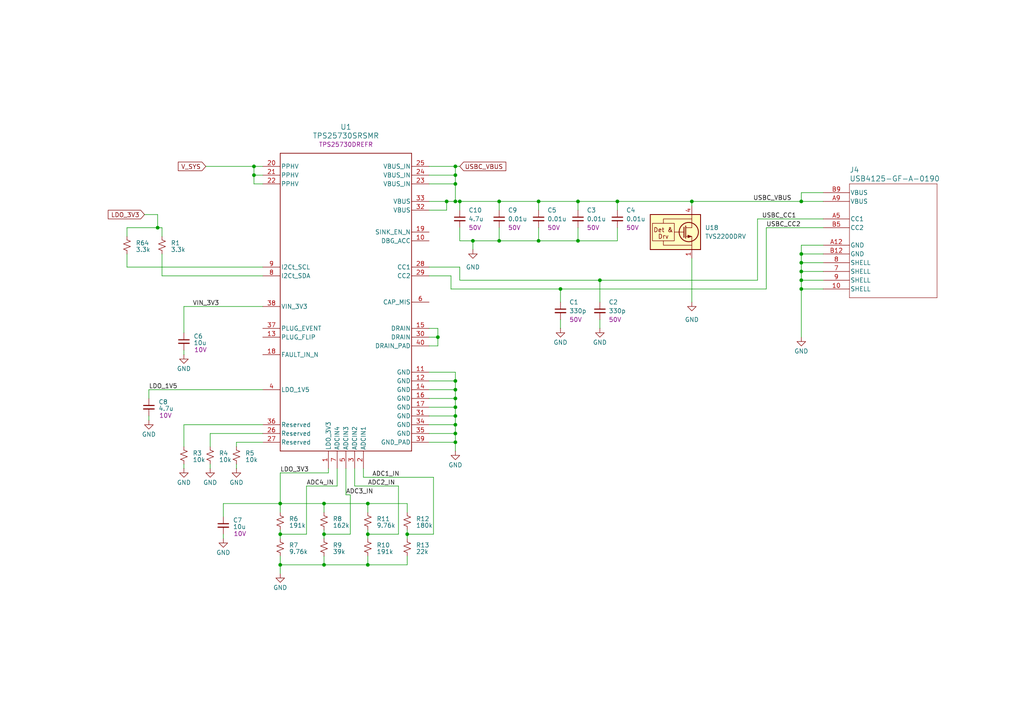
<source format=kicad_sch>
(kicad_sch
	(version 20231120)
	(generator "eeschema")
	(generator_version "8.0")
	(uuid "76392e8e-73c9-4ce2-a011-15e07dcae28f")
	(paper "A4")
	(lib_symbols
		(symbol "1_User_Library:Resistor"
			(pin_numbers hide)
			(pin_names
				(offset 0.254) hide)
			(exclude_from_sim no)
			(in_bom yes)
			(on_board yes)
			(property "Reference" "R"
				(at 0.762 0.508 0)
				(effects
					(font
						(size 1.27 1.27)
					)
					(justify left)
				)
			)
			(property "Value" ""
				(at 0.762 -1.016 0)
				(effects
					(font
						(size 1.27 1.27)
					)
					(justify left)
				)
			)
			(property "Footprint" ""
				(at 0 0 0)
				(effects
					(font
						(size 1.27 1.27)
					)
					(hide yes)
				)
			)
			(property "Datasheet" "~"
				(at 0 0 0)
				(effects
					(font
						(size 1.27 1.27)
					)
					(hide yes)
				)
			)
			(property "Description" ""
				(at 0 0 0)
				(effects
					(font
						(size 1.27 1.27)
					)
					(hide yes)
				)
			)
			(property "Part Number" ""
				(at 0 0 0)
				(effects
					(font
						(size 1.27 1.27)
					)
					(hide yes)
				)
			)
			(property "ki_keywords" "r resistor"
				(at 0 0 0)
				(effects
					(font
						(size 1.27 1.27)
					)
					(hide yes)
				)
			)
			(property "ki_fp_filters" "R_*"
				(at 0 0 0)
				(effects
					(font
						(size 1.27 1.27)
					)
					(hide yes)
				)
			)
			(symbol "Resistor_1_1"
				(polyline
					(pts
						(xy 0 0) (xy 1.016 -0.381) (xy 0 -0.762) (xy -1.016 -1.143) (xy 0 -1.524)
					)
					(stroke
						(width 0)
						(type default)
					)
					(fill
						(type none)
					)
				)
				(polyline
					(pts
						(xy 0 1.524) (xy 1.016 1.143) (xy 0 0.762) (xy -1.016 0.381) (xy 0 0)
					)
					(stroke
						(width 0)
						(type default)
					)
					(fill
						(type none)
					)
				)
				(pin passive line
					(at 0 2.54 270)
					(length 1.016)
					(name "~"
						(effects
							(font
								(size 1.27 1.27)
							)
						)
					)
					(number "1"
						(effects
							(font
								(size 1.27 1.27)
							)
						)
					)
				)
				(pin passive line
					(at 0 -2.54 90)
					(length 1.016)
					(name "~"
						(effects
							(font
								(size 1.27 1.27)
							)
						)
					)
					(number "2"
						(effects
							(font
								(size 1.27 1.27)
							)
						)
					)
				)
			)
		)
		(symbol "1_User_Library:TPS25730DREFR"
			(pin_names
				(offset 0.254)
			)
			(exclude_from_sim no)
			(in_bom yes)
			(on_board yes)
			(property "Reference" "U"
				(at 22.86 9.144 0)
				(effects
					(font
						(size 1.524 1.524)
					)
				)
			)
			(property "Value" "TPS25730DREFR"
				(at 22.86 6.604 0)
				(effects
					(font
						(size 1.524 1.524)
					)
				)
			)
			(property "Footprint" "1_User_Library:REF0038A-MFG"
				(at -7.874 11.938 0)
				(effects
					(font
						(size 1.27 1.27)
						(italic yes)
					)
					(hide yes)
				)
			)
			(property "Datasheet" "TPS25730DREFR"
				(at -8.128 14.732 0)
				(effects
					(font
						(size 1.27 1.27)
						(italic yes)
					)
					(hide yes)
				)
			)
			(property "Description" ""
				(at 22.86 6.604 0)
				(effects
					(font
						(size 1.27 1.27)
					)
					(hide yes)
				)
			)
			(property "Part Number" "TPS25730DREFR"
				(at 0 0 0)
				(effects
					(font
						(size 1.27 1.27)
					)
				)
			)
			(property "ki_keywords" "TPS25730DREFR"
				(at 0 0 0)
				(effects
					(font
						(size 1.27 1.27)
					)
					(hide yes)
				)
			)
			(property "ki_fp_filters" "REF0038A-MFG"
				(at 0 0 0)
				(effects
					(font
						(size 1.27 1.27)
					)
					(hide yes)
				)
			)
			(symbol "TPS25730DREFR_0_1"
				(polyline
					(pts
						(xy 3.81 -81.28) (xy 41.91 -81.28)
					)
					(stroke
						(width 0.2032)
						(type default)
					)
					(fill
						(type none)
					)
				)
				(polyline
					(pts
						(xy 3.81 5.08) (xy 3.81 -81.28)
					)
					(stroke
						(width 0.2032)
						(type default)
					)
					(fill
						(type none)
					)
				)
				(polyline
					(pts
						(xy 41.91 -81.28) (xy 41.91 5.08)
					)
					(stroke
						(width 0.2032)
						(type default)
					)
					(fill
						(type none)
					)
				)
				(polyline
					(pts
						(xy 41.91 5.08) (xy 3.81 5.08)
					)
					(stroke
						(width 0.2032)
						(type default)
					)
					(fill
						(type none)
					)
				)
				(pin unspecified line
					(at 17.78 -86.36 90)
					(length 5.08)
					(name "LDO_3V3"
						(effects
							(font
								(size 1.27 1.27)
							)
						)
					)
					(number "1"
						(effects
							(font
								(size 1.27 1.27)
							)
						)
					)
				)
				(pin open_collector line
					(at 46.99 -20.32 180)
					(length 5.08)
					(name "DBG_ACC"
						(effects
							(font
								(size 1.27 1.27)
							)
						)
					)
					(number "10"
						(effects
							(font
								(size 1.27 1.27)
							)
						)
					)
				)
				(pin power_in line
					(at 46.99 -58.42 180)
					(length 5.08)
					(name "GND"
						(effects
							(font
								(size 1.27 1.27)
							)
						)
					)
					(number "11"
						(effects
							(font
								(size 1.27 1.27)
							)
						)
					)
				)
				(pin power_in line
					(at 46.99 -60.96 180)
					(length 5.08)
					(name "GND"
						(effects
							(font
								(size 1.27 1.27)
							)
						)
					)
					(number "12"
						(effects
							(font
								(size 1.27 1.27)
							)
						)
					)
				)
				(pin open_collector line
					(at -1.27 -48.26 0)
					(length 5.08)
					(name "PLUG_FLIP"
						(effects
							(font
								(size 1.27 1.27)
							)
						)
					)
					(number "13"
						(effects
							(font
								(size 1.27 1.27)
							)
						)
					)
				)
				(pin power_in line
					(at 46.99 -63.5 180)
					(length 5.08)
					(name "GND"
						(effects
							(font
								(size 1.27 1.27)
							)
						)
					)
					(number "14"
						(effects
							(font
								(size 1.27 1.27)
							)
						)
					)
				)
				(pin unspecified line
					(at 46.99 -45.72 180)
					(length 5.08)
					(name "DRAIN"
						(effects
							(font
								(size 1.27 1.27)
							)
						)
					)
					(number "15"
						(effects
							(font
								(size 1.27 1.27)
							)
						)
					)
				)
				(pin power_in line
					(at 46.99 -66.04 180)
					(length 5.08)
					(name "GND"
						(effects
							(font
								(size 1.27 1.27)
							)
						)
					)
					(number "16"
						(effects
							(font
								(size 1.27 1.27)
							)
						)
					)
				)
				(pin power_in line
					(at 46.99 -68.58 180)
					(length 5.08)
					(name "GND"
						(effects
							(font
								(size 1.27 1.27)
							)
						)
					)
					(number "17"
						(effects
							(font
								(size 1.27 1.27)
							)
						)
					)
				)
				(pin input line
					(at -1.27 -53.34 0)
					(length 5.08)
					(name "FAULT_IN_N"
						(effects
							(font
								(size 1.27 1.27)
							)
						)
					)
					(number "18"
						(effects
							(font
								(size 1.27 1.27)
							)
						)
					)
				)
				(pin open_collector line
					(at 46.99 -17.78 180)
					(length 5.08)
					(name "SINK_EN_N"
						(effects
							(font
								(size 1.27 1.27)
							)
						)
					)
					(number "19"
						(effects
							(font
								(size 1.27 1.27)
							)
						)
					)
				)
				(pin unspecified line
					(at 27.94 -86.36 90)
					(length 5.08)
					(name "ADCIN1"
						(effects
							(font
								(size 1.27 1.27)
							)
						)
					)
					(number "2"
						(effects
							(font
								(size 1.27 1.27)
							)
						)
					)
				)
				(pin power_in line
					(at -1.27 1.27 0)
					(length 5.08)
					(name "PPHV"
						(effects
							(font
								(size 1.27 1.27)
							)
						)
					)
					(number "20"
						(effects
							(font
								(size 1.27 1.27)
							)
						)
					)
				)
				(pin power_in line
					(at -1.27 -1.27 0)
					(length 5.08)
					(name "PPHV"
						(effects
							(font
								(size 1.27 1.27)
							)
						)
					)
					(number "21"
						(effects
							(font
								(size 1.27 1.27)
							)
						)
					)
				)
				(pin power_in line
					(at -1.27 -3.81 0)
					(length 5.08)
					(name "PPHV"
						(effects
							(font
								(size 1.27 1.27)
							)
						)
					)
					(number "22"
						(effects
							(font
								(size 1.27 1.27)
							)
						)
					)
				)
				(pin power_in line
					(at 46.99 -3.81 180)
					(length 5.08)
					(name "VBUS_IN"
						(effects
							(font
								(size 1.27 1.27)
							)
						)
					)
					(number "23"
						(effects
							(font
								(size 1.27 1.27)
							)
						)
					)
				)
				(pin power_in line
					(at 46.99 -1.27 180)
					(length 5.08)
					(name "VBUS_IN"
						(effects
							(font
								(size 1.27 1.27)
							)
						)
					)
					(number "24"
						(effects
							(font
								(size 1.27 1.27)
							)
						)
					)
				)
				(pin power_in line
					(at 46.99 1.27 180)
					(length 5.08)
					(name "VBUS_IN"
						(effects
							(font
								(size 1.27 1.27)
							)
						)
					)
					(number "25"
						(effects
							(font
								(size 1.27 1.27)
							)
						)
					)
				)
				(pin unspecified line
					(at -1.27 -76.2 0)
					(length 5.08)
					(name "Reserved"
						(effects
							(font
								(size 1.27 1.27)
							)
						)
					)
					(number "26"
						(effects
							(font
								(size 1.27 1.27)
							)
						)
					)
				)
				(pin unspecified line
					(at -1.27 -78.74 0)
					(length 5.08)
					(name "Reserved"
						(effects
							(font
								(size 1.27 1.27)
							)
						)
					)
					(number "27"
						(effects
							(font
								(size 1.27 1.27)
							)
						)
					)
				)
				(pin unspecified line
					(at 46.99 -27.94 180)
					(length 5.08)
					(name "CC1"
						(effects
							(font
								(size 1.27 1.27)
							)
						)
					)
					(number "28"
						(effects
							(font
								(size 1.27 1.27)
							)
						)
					)
				)
				(pin unspecified line
					(at 46.99 -30.48 180)
					(length 5.08)
					(name "CC2"
						(effects
							(font
								(size 1.27 1.27)
							)
						)
					)
					(number "29"
						(effects
							(font
								(size 1.27 1.27)
							)
						)
					)
				)
				(pin unspecified line
					(at 25.4 -86.36 90)
					(length 5.08)
					(name "ADCIN2"
						(effects
							(font
								(size 1.27 1.27)
							)
						)
					)
					(number "3"
						(effects
							(font
								(size 1.27 1.27)
							)
						)
					)
				)
				(pin unspecified line
					(at 46.99 -48.26 180)
					(length 5.08)
					(name "DRAIN"
						(effects
							(font
								(size 1.27 1.27)
							)
						)
					)
					(number "30"
						(effects
							(font
								(size 1.27 1.27)
							)
						)
					)
				)
				(pin power_in line
					(at 46.99 -71.12 180)
					(length 5.08)
					(name "GND"
						(effects
							(font
								(size 1.27 1.27)
							)
						)
					)
					(number "31"
						(effects
							(font
								(size 1.27 1.27)
							)
						)
					)
				)
				(pin power_in line
					(at 46.99 -11.43 180)
					(length 5.08)
					(name "VBUS"
						(effects
							(font
								(size 1.27 1.27)
							)
						)
					)
					(number "32"
						(effects
							(font
								(size 1.27 1.27)
							)
						)
					)
				)
				(pin power_in line
					(at 46.99 -8.89 180)
					(length 5.08)
					(name "VBUS"
						(effects
							(font
								(size 1.27 1.27)
							)
						)
					)
					(number "33"
						(effects
							(font
								(size 1.27 1.27)
							)
						)
					)
				)
				(pin power_in line
					(at 46.99 -73.66 180)
					(length 5.08)
					(name "GND"
						(effects
							(font
								(size 1.27 1.27)
							)
						)
					)
					(number "34"
						(effects
							(font
								(size 1.27 1.27)
							)
						)
					)
				)
				(pin power_in line
					(at 46.99 -76.2 180)
					(length 5.08)
					(name "GND"
						(effects
							(font
								(size 1.27 1.27)
							)
						)
					)
					(number "35"
						(effects
							(font
								(size 1.27 1.27)
							)
						)
					)
				)
				(pin unspecified line
					(at -1.27 -73.66 0)
					(length 5.08)
					(name "Reserved"
						(effects
							(font
								(size 1.27 1.27)
							)
						)
					)
					(number "36"
						(effects
							(font
								(size 1.27 1.27)
							)
						)
					)
				)
				(pin open_collector line
					(at -1.27 -45.72 0)
					(length 5.08)
					(name "PLUG_EVENT"
						(effects
							(font
								(size 1.27 1.27)
							)
						)
					)
					(number "37"
						(effects
							(font
								(size 1.27 1.27)
							)
						)
					)
				)
				(pin power_in line
					(at -1.27 -39.37 0)
					(length 5.08)
					(name "VIN_3V3"
						(effects
							(font
								(size 1.27 1.27)
							)
						)
					)
					(number "38"
						(effects
							(font
								(size 1.27 1.27)
							)
						)
					)
				)
				(pin power_in line
					(at 46.99 -78.74 180)
					(length 5.08)
					(name "GND_PAD"
						(effects
							(font
								(size 1.27 1.27)
							)
						)
					)
					(number "39"
						(effects
							(font
								(size 1.27 1.27)
							)
						)
					)
				)
				(pin unspecified line
					(at -1.27 -63.5 0)
					(length 5.08)
					(name "LDO_1V5"
						(effects
							(font
								(size 1.27 1.27)
							)
						)
					)
					(number "4"
						(effects
							(font
								(size 1.27 1.27)
							)
						)
					)
				)
				(pin unspecified line
					(at 46.99 -50.8 180)
					(length 5.08)
					(name "DRAIN_PAD"
						(effects
							(font
								(size 1.27 1.27)
							)
						)
					)
					(number "40"
						(effects
							(font
								(size 1.27 1.27)
							)
						)
					)
				)
				(pin unspecified line
					(at 22.86 -86.36 90)
					(length 5.08)
					(name "ADCIN3"
						(effects
							(font
								(size 1.27 1.27)
							)
						)
					)
					(number "5"
						(effects
							(font
								(size 1.27 1.27)
							)
						)
					)
				)
				(pin open_collector line
					(at 46.99 -38.1 180)
					(length 5.08)
					(name "CAP_MIS"
						(effects
							(font
								(size 1.27 1.27)
							)
						)
					)
					(number "6"
						(effects
							(font
								(size 1.27 1.27)
							)
						)
					)
				)
				(pin unspecified line
					(at 20.32 -86.36 90)
					(length 5.08)
					(name "ADCIN4"
						(effects
							(font
								(size 1.27 1.27)
							)
						)
					)
					(number "7"
						(effects
							(font
								(size 1.27 1.27)
							)
						)
					)
				)
				(pin bidirectional line
					(at -1.27 -30.48 0)
					(length 5.08)
					(name "I2Ct_SDA"
						(effects
							(font
								(size 1.27 1.27)
							)
						)
					)
					(number "8"
						(effects
							(font
								(size 1.27 1.27)
							)
						)
					)
				)
				(pin input line
					(at -1.27 -27.94 0)
					(length 5.08)
					(name "I2Ct_SCL"
						(effects
							(font
								(size 1.27 1.27)
							)
						)
					)
					(number "9"
						(effects
							(font
								(size 1.27 1.27)
							)
						)
					)
				)
			)
		)
		(symbol "1_User_Library:USB4125-GF-A-0190"
			(pin_names
				(offset 0.254)
			)
			(exclude_from_sim no)
			(in_bom yes)
			(on_board yes)
			(property "Reference" "J"
				(at 20.32 10.16 0)
				(effects
					(font
						(size 1.524 1.524)
					)
				)
			)
			(property "Value" "USB4125-GF-A-0190"
				(at 20.32 7.62 0)
				(effects
					(font
						(size 1.524 1.524)
					)
				)
			)
			(property "Footprint" "1_User_Library:CONN6_125-GF-A-0190_GCT"
				(at -0.762 25.654 0)
				(effects
					(font
						(size 1.27 1.27)
						(italic yes)
					)
					(hide yes)
				)
			)
			(property "Datasheet" "USB4125-GF-A-0190"
				(at -3.302 21.082 0)
				(effects
					(font
						(size 1.27 1.27)
						(italic yes)
					)
					(hide yes)
				)
			)
			(property "Description" ""
				(at 0 0 0)
				(effects
					(font
						(size 1.27 1.27)
					)
					(hide yes)
				)
			)
			(property "ki_keywords" "USB4125-GF-A-0190"
				(at 0 0 0)
				(effects
					(font
						(size 1.27 1.27)
					)
					(hide yes)
				)
			)
			(property "ki_fp_filters" "CONN6_125-GF-A-0190_GCT"
				(at 0 0 0)
				(effects
					(font
						(size 1.27 1.27)
					)
					(hide yes)
				)
			)
			(symbol "USB4125-GF-A-0190_0_1"
				(polyline
					(pts
						(xy 7.62 -27.94) (xy 33.02 -27.94)
					)
					(stroke
						(width 0.127)
						(type default)
					)
					(fill
						(type none)
					)
				)
				(polyline
					(pts
						(xy 7.62 5.08) (xy 7.62 -27.94)
					)
					(stroke
						(width 0.127)
						(type default)
					)
					(fill
						(type none)
					)
				)
				(polyline
					(pts
						(xy 33.02 -27.94) (xy 33.02 5.08)
					)
					(stroke
						(width 0.127)
						(type default)
					)
					(fill
						(type none)
					)
				)
				(polyline
					(pts
						(xy 33.02 5.08) (xy 7.62 5.08)
					)
					(stroke
						(width 0.127)
						(type default)
					)
					(fill
						(type none)
					)
				)
				(pin unspecified line
					(at 0 -25.4 0)
					(length 7.62)
					(name "SHELL"
						(effects
							(font
								(size 1.27 1.27)
							)
						)
					)
					(number "10"
						(effects
							(font
								(size 1.27 1.27)
							)
						)
					)
				)
				(pin unspecified line
					(at 0 -20.32 0)
					(length 7.62)
					(name "SHELL"
						(effects
							(font
								(size 1.27 1.27)
							)
						)
					)
					(number "7"
						(effects
							(font
								(size 1.27 1.27)
							)
						)
					)
				)
				(pin unspecified line
					(at 0 -17.78 0)
					(length 7.62)
					(name "SHELL"
						(effects
							(font
								(size 1.27 1.27)
							)
						)
					)
					(number "8"
						(effects
							(font
								(size 1.27 1.27)
							)
						)
					)
				)
				(pin unspecified line
					(at 0 -22.86 0)
					(length 7.62)
					(name "SHELL"
						(effects
							(font
								(size 1.27 1.27)
							)
						)
					)
					(number "9"
						(effects
							(font
								(size 1.27 1.27)
							)
						)
					)
				)
				(pin unspecified line
					(at 0 -12.7 0)
					(length 7.62)
					(name "GND"
						(effects
							(font
								(size 1.27 1.27)
							)
						)
					)
					(number "A12"
						(effects
							(font
								(size 1.27 1.27)
							)
						)
					)
				)
				(pin unspecified line
					(at 0 -5.08 0)
					(length 7.62)
					(name "CC1"
						(effects
							(font
								(size 1.27 1.27)
							)
						)
					)
					(number "A5"
						(effects
							(font
								(size 1.27 1.27)
							)
						)
					)
				)
				(pin unspecified line
					(at 0 -15.24 0)
					(length 7.62)
					(name "GND"
						(effects
							(font
								(size 1.27 1.27)
							)
						)
					)
					(number "B12"
						(effects
							(font
								(size 1.27 1.27)
							)
						)
					)
				)
				(pin unspecified line
					(at 0 -7.62 0)
					(length 7.62)
					(name "CC2"
						(effects
							(font
								(size 1.27 1.27)
							)
						)
					)
					(number "B5"
						(effects
							(font
								(size 1.27 1.27)
							)
						)
					)
				)
				(pin unspecified line
					(at 0 2.54 0)
					(length 7.62)
					(name "VBUS"
						(effects
							(font
								(size 1.27 1.27)
							)
						)
					)
					(number "B9"
						(effects
							(font
								(size 1.27 1.27)
							)
						)
					)
				)
			)
			(symbol "USB4125-GF-A-0190_1_1"
				(pin unspecified line
					(at 0 0 0)
					(length 7.62)
					(name "VBUS"
						(effects
							(font
								(size 1.27 1.27)
							)
						)
					)
					(number "A9"
						(effects
							(font
								(size 1.27 1.27)
							)
						)
					)
				)
			)
		)
		(symbol "Capacitor_non_polar_1"
			(pin_numbers hide)
			(pin_names
				(offset 0.254) hide)
			(exclude_from_sim no)
			(in_bom yes)
			(on_board yes)
			(property "Reference" "C"
				(at 0.254 1.778 0)
				(effects
					(font
						(size 1.27 1.27)
					)
					(justify left)
				)
			)
			(property "Value" ""
				(at 0.254 -2.032 0)
				(effects
					(font
						(size 1.27 1.27)
					)
					(justify left)
				)
			)
			(property "Footprint" ""
				(at 0 0 0)
				(effects
					(font
						(size 1.27 1.27)
					)
					(hide yes)
				)
			)
			(property "Datasheet" "~"
				(at 0 0 0)
				(effects
					(font
						(size 1.27 1.27)
					)
					(hide yes)
				)
			)
			(property "Description" ""
				(at 0 0 0)
				(effects
					(font
						(size 1.27 1.27)
					)
					(hide yes)
				)
			)
			(property "Part Number" ""
				(at 0 0 0)
				(effects
					(font
						(size 1.27 1.27)
					)
					(hide yes)
				)
			)
			(property "Voltage" ""
				(at 0 0 0)
				(effects
					(font
						(size 1.27 1.27)
					)
				)
			)
			(property "ki_keywords" "capacitor cap"
				(at 0 0 0)
				(effects
					(font
						(size 1.27 1.27)
					)
					(hide yes)
				)
			)
			(property "ki_fp_filters" "C_*"
				(at 0 0 0)
				(effects
					(font
						(size 1.27 1.27)
					)
					(hide yes)
				)
			)
			(symbol "Capacitor_non_polar_1_0_1"
				(polyline
					(pts
						(xy -1.524 -0.508) (xy 1.524 -0.508)
					)
					(stroke
						(width 0.3302)
						(type default)
					)
					(fill
						(type none)
					)
				)
				(polyline
					(pts
						(xy -1.524 0.508) (xy 1.524 0.508)
					)
					(stroke
						(width 0.3048)
						(type default)
					)
					(fill
						(type none)
					)
				)
			)
			(symbol "Capacitor_non_polar_1_1_1"
				(pin passive line
					(at 0 2.54 270)
					(length 2.032)
					(name "~"
						(effects
							(font
								(size 1.27 1.27)
							)
						)
					)
					(number "1"
						(effects
							(font
								(size 1.27 1.27)
							)
						)
					)
				)
				(pin passive line
					(at 0 -2.54 90)
					(length 2.032)
					(name "~"
						(effects
							(font
								(size 1.27 1.27)
							)
						)
					)
					(number "2"
						(effects
							(font
								(size 1.27 1.27)
							)
						)
					)
				)
			)
		)
		(symbol "Capacitor_non_polar_2"
			(pin_numbers hide)
			(pin_names
				(offset 0.254) hide)
			(exclude_from_sim no)
			(in_bom yes)
			(on_board yes)
			(property "Reference" "C"
				(at 2.54 1.778 0)
				(effects
					(font
						(size 1.27 1.27)
					)
					(justify left)
				)
			)
			(property "Value" "val"
				(at 2.54 0 0)
				(effects
					(font
						(size 1.27 1.27)
					)
					(justify left)
				)
			)
			(property "Footprint" ""
				(at 0 0 0)
				(effects
					(font
						(size 1.27 1.27)
					)
					(hide yes)
				)
			)
			(property "Datasheet" "~"
				(at 0 0 0)
				(effects
					(font
						(size 1.27 1.27)
					)
					(hide yes)
				)
			)
			(property "Description" ""
				(at 0 0 0)
				(effects
					(font
						(size 1.27 1.27)
					)
					(hide yes)
				)
			)
			(property "Part Number" ""
				(at 0 0 0)
				(effects
					(font
						(size 1.27 1.27)
					)
					(hide yes)
				)
			)
			(property "Voltage" "Vol"
				(at 2.54 -2.032 0)
				(effects
					(font
						(size 1.27 1.27)
					)
					(justify left)
				)
			)
			(property "ki_keywords" "capacitor cap"
				(at 0 0 0)
				(effects
					(font
						(size 1.27 1.27)
					)
					(hide yes)
				)
			)
			(property "ki_fp_filters" "C_*"
				(at 0 0 0)
				(effects
					(font
						(size 1.27 1.27)
					)
					(hide yes)
				)
			)
			(symbol "Capacitor_non_polar_2_0_1"
				(polyline
					(pts
						(xy -1.524 -0.508) (xy 1.524 -0.508)
					)
					(stroke
						(width 0.3302)
						(type default)
					)
					(fill
						(type none)
					)
				)
				(polyline
					(pts
						(xy -1.524 0.508) (xy 1.524 0.508)
					)
					(stroke
						(width 0.3048)
						(type default)
					)
					(fill
						(type none)
					)
				)
			)
			(symbol "Capacitor_non_polar_2_1_1"
				(pin passive line
					(at 0 2.54 270)
					(length 2.032)
					(name "~"
						(effects
							(font
								(size 1.27 1.27)
							)
						)
					)
					(number "1"
						(effects
							(font
								(size 1.27 1.27)
							)
						)
					)
				)
				(pin passive line
					(at 0 -2.54 90)
					(length 2.032)
					(name "~"
						(effects
							(font
								(size 1.27 1.27)
							)
						)
					)
					(number "2"
						(effects
							(font
								(size 1.27 1.27)
							)
						)
					)
				)
			)
		)
		(symbol "Capacitor_non_polar_3"
			(pin_numbers hide)
			(pin_names
				(offset 0.254) hide)
			(exclude_from_sim no)
			(in_bom yes)
			(on_board yes)
			(property "Reference" "C"
				(at 0.254 1.778 0)
				(effects
					(font
						(size 1.27 1.27)
					)
					(justify left)
				)
			)
			(property "Value" ""
				(at 0.254 -2.032 0)
				(effects
					(font
						(size 1.27 1.27)
					)
					(justify left)
				)
			)
			(property "Footprint" ""
				(at 0 0 0)
				(effects
					(font
						(size 1.27 1.27)
					)
					(hide yes)
				)
			)
			(property "Datasheet" "~"
				(at 0 0 0)
				(effects
					(font
						(size 1.27 1.27)
					)
					(hide yes)
				)
			)
			(property "Description" ""
				(at 0 0 0)
				(effects
					(font
						(size 1.27 1.27)
					)
					(hide yes)
				)
			)
			(property "Part Number" ""
				(at 0 0 0)
				(effects
					(font
						(size 1.27 1.27)
					)
					(hide yes)
				)
			)
			(property "Voltage" ""
				(at 0 0 0)
				(effects
					(font
						(size 1.27 1.27)
					)
				)
			)
			(property "ki_keywords" "capacitor cap"
				(at 0 0 0)
				(effects
					(font
						(size 1.27 1.27)
					)
					(hide yes)
				)
			)
			(property "ki_fp_filters" "C_*"
				(at 0 0 0)
				(effects
					(font
						(size 1.27 1.27)
					)
					(hide yes)
				)
			)
			(symbol "Capacitor_non_polar_3_0_1"
				(polyline
					(pts
						(xy -1.524 -0.508) (xy 1.524 -0.508)
					)
					(stroke
						(width 0.3302)
						(type default)
					)
					(fill
						(type none)
					)
				)
				(polyline
					(pts
						(xy -1.524 0.508) (xy 1.524 0.508)
					)
					(stroke
						(width 0.3048)
						(type default)
					)
					(fill
						(type none)
					)
				)
			)
			(symbol "Capacitor_non_polar_3_1_1"
				(pin passive line
					(at 0 2.54 270)
					(length 2.032)
					(name "~"
						(effects
							(font
								(size 1.27 1.27)
							)
						)
					)
					(number "1"
						(effects
							(font
								(size 1.27 1.27)
							)
						)
					)
				)
				(pin passive line
					(at 0 -2.54 90)
					(length 2.032)
					(name "~"
						(effects
							(font
								(size 1.27 1.27)
							)
						)
					)
					(number "2"
						(effects
							(font
								(size 1.27 1.27)
							)
						)
					)
				)
			)
		)
		(symbol "Capacitor_non_polar_4"
			(pin_numbers hide)
			(pin_names
				(offset 0.254) hide)
			(exclude_from_sim no)
			(in_bom yes)
			(on_board yes)
			(property "Reference" "C"
				(at 0.254 1.778 0)
				(effects
					(font
						(size 1.27 1.27)
					)
					(justify left)
				)
			)
			(property "Value" ""
				(at 0.254 -2.032 0)
				(effects
					(font
						(size 1.27 1.27)
					)
					(justify left)
				)
			)
			(property "Footprint" ""
				(at 0 0 0)
				(effects
					(font
						(size 1.27 1.27)
					)
					(hide yes)
				)
			)
			(property "Datasheet" "~"
				(at 0 0 0)
				(effects
					(font
						(size 1.27 1.27)
					)
					(hide yes)
				)
			)
			(property "Description" ""
				(at 0 0 0)
				(effects
					(font
						(size 1.27 1.27)
					)
					(hide yes)
				)
			)
			(property "Part Number" ""
				(at 0 0 0)
				(effects
					(font
						(size 1.27 1.27)
					)
					(hide yes)
				)
			)
			(property "Voltage" ""
				(at 0 0 0)
				(effects
					(font
						(size 1.27 1.27)
					)
				)
			)
			(property "ki_keywords" "capacitor cap"
				(at 0 0 0)
				(effects
					(font
						(size 1.27 1.27)
					)
					(hide yes)
				)
			)
			(property "ki_fp_filters" "C_*"
				(at 0 0 0)
				(effects
					(font
						(size 1.27 1.27)
					)
					(hide yes)
				)
			)
			(symbol "Capacitor_non_polar_4_0_1"
				(polyline
					(pts
						(xy -1.524 -0.508) (xy 1.524 -0.508)
					)
					(stroke
						(width 0.3302)
						(type default)
					)
					(fill
						(type none)
					)
				)
				(polyline
					(pts
						(xy -1.524 0.508) (xy 1.524 0.508)
					)
					(stroke
						(width 0.3048)
						(type default)
					)
					(fill
						(type none)
					)
				)
			)
			(symbol "Capacitor_non_polar_4_1_1"
				(pin passive line
					(at 0 2.54 270)
					(length 2.032)
					(name "~"
						(effects
							(font
								(size 1.27 1.27)
							)
						)
					)
					(number "1"
						(effects
							(font
								(size 1.27 1.27)
							)
						)
					)
				)
				(pin passive line
					(at 0 -2.54 90)
					(length 2.032)
					(name "~"
						(effects
							(font
								(size 1.27 1.27)
							)
						)
					)
					(number "2"
						(effects
							(font
								(size 1.27 1.27)
							)
						)
					)
				)
			)
		)
		(symbol "Power_Protection:TVS2200DRV"
			(pin_names
				(offset 0) hide)
			(exclude_from_sim no)
			(in_bom yes)
			(on_board yes)
			(property "Reference" "U"
				(at 2.54 1.27 0)
				(effects
					(font
						(size 1.27 1.27)
					)
					(justify left)
				)
			)
			(property "Value" "TVS2200DRV"
				(at 2.54 -1.27 0)
				(effects
					(font
						(size 1.27 1.27)
					)
					(justify left)
				)
			)
			(property "Footprint" "Package_SON:WSON-6-1EP_2x2mm_P0.65mm_EP1x1.6mm"
				(at 5.08 -8.89 0)
				(effects
					(font
						(size 1.27 1.27)
					)
					(hide yes)
				)
			)
			(property "Datasheet" "http://www.ti.com/lit/ds/symlink/tvs2200.pdf"
				(at -2.54 0 0)
				(effects
					(font
						(size 1.27 1.27)
					)
					(hide yes)
				)
			)
			(property "Description" "Flat-Clamp Surge Protection Device. 22Vrwm, WSON-6"
				(at 0 0 0)
				(effects
					(font
						(size 1.27 1.27)
					)
					(hide yes)
				)
			)
			(property "ki_keywords" "EMI, ESD, TVS protection transient"
				(at 0 0 0)
				(effects
					(font
						(size 1.27 1.27)
					)
					(hide yes)
				)
			)
			(property "ki_fp_filters" "WSON*1EP*2x2mm*P0.65mm*EP1x1.6mm*"
				(at 0 0 0)
				(effects
					(font
						(size 1.27 1.27)
					)
					(hide yes)
				)
			)
			(symbol "TVS2200DRV_0_0"
				(rectangle
					(start -11.43 2.54)
					(end -5.08 -2.54)
					(stroke
						(width 0)
						(type default)
					)
					(fill
						(type none)
					)
				)
				(polyline
					(pts
						(xy 0 1.27) (xy -1.778 1.27)
					)
					(stroke
						(width 0)
						(type default)
					)
					(fill
						(type none)
					)
				)
				(polyline
					(pts
						(xy -8.255 -2.54) (xy -8.255 -3.81) (xy 0 -3.81)
					)
					(stroke
						(width 0)
						(type default)
					)
					(fill
						(type none)
					)
				)
				(polyline
					(pts
						(xy -8.255 2.54) (xy -8.255 3.81) (xy 0 3.81)
					)
					(stroke
						(width 0)
						(type default)
					)
					(fill
						(type none)
					)
				)
				(text "Det &"
					(at -8.255 0.635 0)
					(effects
						(font
							(size 1.27 1.27)
						)
					)
				)
				(text "Drv"
					(at -8.255 -1.27 0)
					(effects
						(font
							(size 1.27 1.27)
						)
					)
				)
			)
			(symbol "TVS2200DRV_0_1"
				(rectangle
					(start -12.065 5.08)
					(end 2.54 -5.08)
					(stroke
						(width 0.254)
						(type default)
					)
					(fill
						(type background)
					)
				)
				(circle
					(center -0.889 0)
					(radius 2.794)
					(stroke
						(width 0.254)
						(type default)
					)
					(fill
						(type none)
					)
				)
				(polyline
					(pts
						(xy -2.286 0) (xy -5.08 0)
					)
					(stroke
						(width 0)
						(type default)
					)
					(fill
						(type none)
					)
				)
				(polyline
					(pts
						(xy -2.286 1.397) (xy -2.286 -1.524)
					)
					(stroke
						(width 0.254)
						(type default)
					)
					(fill
						(type none)
					)
				)
				(polyline
					(pts
						(xy -1.778 1.778) (xy -1.778 -1.778)
					)
					(stroke
						(width 0.254)
						(type default)
					)
					(fill
						(type none)
					)
				)
				(polyline
					(pts
						(xy 0 -2.54) (xy 0 -5.08)
					)
					(stroke
						(width 0)
						(type default)
					)
					(fill
						(type none)
					)
				)
				(polyline
					(pts
						(xy 0 2.54) (xy 0 1.27)
					)
					(stroke
						(width 0)
						(type default)
					)
					(fill
						(type none)
					)
				)
				(polyline
					(pts
						(xy 0 5.08) (xy 0 2.54)
					)
					(stroke
						(width 0)
						(type default)
					)
					(fill
						(type none)
					)
				)
				(polyline
					(pts
						(xy 0 -2.54) (xy 0 -1.27) (xy -1.778 -1.27)
					)
					(stroke
						(width 0)
						(type default)
					)
					(fill
						(type none)
					)
				)
				(polyline
					(pts
						(xy -0.127 -1.27) (xy -1.143 -1.651) (xy -1.143 -0.889) (xy -0.127 -1.27)
					)
					(stroke
						(width 0)
						(type default)
					)
					(fill
						(type outline)
					)
				)
			)
			(symbol "TVS2200DRV_1_1"
				(pin power_in line
					(at 0 -7.62 90)
					(length 2.54)
					(name "GND"
						(effects
							(font
								(size 1.27 1.27)
							)
						)
					)
					(number "1"
						(effects
							(font
								(size 1.27 1.27)
							)
						)
					)
				)
				(pin passive line
					(at 0 -7.62 90)
					(length 2.54) hide
					(name "GND"
						(effects
							(font
								(size 1.27 1.27)
							)
						)
					)
					(number "2"
						(effects
							(font
								(size 1.27 1.27)
							)
						)
					)
				)
				(pin passive line
					(at 0 -7.62 90)
					(length 2.54) hide
					(name "GND"
						(effects
							(font
								(size 1.27 1.27)
							)
						)
					)
					(number "3"
						(effects
							(font
								(size 1.27 1.27)
							)
						)
					)
				)
				(pin passive line
					(at 0 7.62 270)
					(length 2.54)
					(name "IN"
						(effects
							(font
								(size 1.27 1.27)
							)
						)
					)
					(number "4"
						(effects
							(font
								(size 1.27 1.27)
							)
						)
					)
				)
				(pin passive line
					(at 0 7.62 270)
					(length 2.54) hide
					(name "IN"
						(effects
							(font
								(size 1.27 1.27)
							)
						)
					)
					(number "5"
						(effects
							(font
								(size 1.27 1.27)
							)
						)
					)
				)
				(pin passive line
					(at 0 7.62 270)
					(length 2.54) hide
					(name "IN"
						(effects
							(font
								(size 1.27 1.27)
							)
						)
					)
					(number "6"
						(effects
							(font
								(size 1.27 1.27)
							)
						)
					)
				)
				(pin passive line
					(at 0 -7.62 90)
					(length 2.54) hide
					(name "GND"
						(effects
							(font
								(size 1.27 1.27)
							)
						)
					)
					(number "7"
						(effects
							(font
								(size 1.27 1.27)
							)
						)
					)
				)
			)
		)
		(symbol "power:GND"
			(power)
			(pin_numbers hide)
			(pin_names
				(offset 0) hide)
			(exclude_from_sim no)
			(in_bom yes)
			(on_board yes)
			(property "Reference" "#PWR"
				(at 0 -6.35 0)
				(effects
					(font
						(size 1.27 1.27)
					)
					(hide yes)
				)
			)
			(property "Value" "GND"
				(at 0 -3.81 0)
				(effects
					(font
						(size 1.27 1.27)
					)
				)
			)
			(property "Footprint" ""
				(at 0 0 0)
				(effects
					(font
						(size 1.27 1.27)
					)
					(hide yes)
				)
			)
			(property "Datasheet" ""
				(at 0 0 0)
				(effects
					(font
						(size 1.27 1.27)
					)
					(hide yes)
				)
			)
			(property "Description" "Power symbol creates a global label with name \"GND\" , ground"
				(at 0 0 0)
				(effects
					(font
						(size 1.27 1.27)
					)
					(hide yes)
				)
			)
			(property "ki_keywords" "global power"
				(at 0 0 0)
				(effects
					(font
						(size 1.27 1.27)
					)
					(hide yes)
				)
			)
			(symbol "GND_0_1"
				(polyline
					(pts
						(xy 0 0) (xy 0 -1.27) (xy 1.27 -1.27) (xy 0 -2.54) (xy -1.27 -1.27) (xy 0 -1.27)
					)
					(stroke
						(width 0)
						(type default)
					)
					(fill
						(type none)
					)
				)
			)
			(symbol "GND_1_1"
				(pin power_in line
					(at 0 0 270)
					(length 0)
					(name "~"
						(effects
							(font
								(size 1.27 1.27)
							)
						)
					)
					(number "1"
						(effects
							(font
								(size 1.27 1.27)
							)
						)
					)
				)
			)
		)
	)
	(junction
		(at 132.08 48.26)
		(diameter 0)
		(color 0 0 0 0)
		(uuid "06e7c72f-bc59-44c5-8496-176af555863e")
	)
	(junction
		(at 93.98 146.05)
		(diameter 0)
		(color 0 0 0 0)
		(uuid "185c7738-9334-474e-9555-565dff871522")
	)
	(junction
		(at 132.08 125.73)
		(diameter 0)
		(color 0 0 0 0)
		(uuid "1923307d-119f-48f5-a0f5-4d95a67f3207")
	)
	(junction
		(at 232.41 78.74)
		(diameter 0)
		(color 0 0 0 0)
		(uuid "1c436efd-1945-44d8-871b-3d16f116e546")
	)
	(junction
		(at 144.78 58.42)
		(diameter 0)
		(color 0 0 0 0)
		(uuid "264c069c-d4a1-4ce6-bac1-45a42695a938")
	)
	(junction
		(at 81.28 154.94)
		(diameter 0)
		(color 0 0 0 0)
		(uuid "26f8b935-5aaa-4312-88c0-267e49c56759")
	)
	(junction
		(at 81.28 146.05)
		(diameter 0)
		(color 0 0 0 0)
		(uuid "282943cf-86b0-4e37-bcf6-8a93c9629768")
	)
	(junction
		(at 167.64 58.42)
		(diameter 0)
		(color 0 0 0 0)
		(uuid "2daec6a7-5cd7-42c8-9e26-2b428ec62f8c")
	)
	(junction
		(at 156.21 69.85)
		(diameter 0)
		(color 0 0 0 0)
		(uuid "38110e8e-6b15-4dba-88ed-9e791228427d")
	)
	(junction
		(at 144.78 69.85)
		(diameter 0)
		(color 0 0 0 0)
		(uuid "3864f55a-122c-4206-86b9-4817cd086c7c")
	)
	(junction
		(at 132.08 50.8)
		(diameter 0)
		(color 0 0 0 0)
		(uuid "3d6a7f11-7882-41dd-8117-108428701dbb")
	)
	(junction
		(at 73.66 50.8)
		(diameter 0)
		(color 0 0 0 0)
		(uuid "3f520cc4-eaf6-4e47-8097-4be7f8b2eb34")
	)
	(junction
		(at 137.16 69.85)
		(diameter 0)
		(color 0 0 0 0)
		(uuid "47ca7407-f574-4c47-8c3d-13885fd3b795")
	)
	(junction
		(at 200.66 58.42)
		(diameter 0)
		(color 0 0 0 0)
		(uuid "4b210e1c-4aa0-4c6a-9794-803d07a920e4")
	)
	(junction
		(at 132.08 123.19)
		(diameter 0)
		(color 0 0 0 0)
		(uuid "518869b1-167d-4dcc-af70-b0488d907320")
	)
	(junction
		(at 106.68 154.94)
		(diameter 0)
		(color 0 0 0 0)
		(uuid "58ca71c7-3aa7-43db-ba10-37626c236180")
	)
	(junction
		(at 129.54 58.42)
		(diameter 0)
		(color 0 0 0 0)
		(uuid "59f43a5a-c55a-437a-8d1c-7a2d39518d8b")
	)
	(junction
		(at 45.72 66.04)
		(diameter 0)
		(color 0 0 0 0)
		(uuid "652f73c1-0b19-403d-a4f3-0606cc07be55")
	)
	(junction
		(at 167.64 69.85)
		(diameter 0)
		(color 0 0 0 0)
		(uuid "68a7f222-b269-46be-a0c8-503e396b97f8")
	)
	(junction
		(at 173.99 81.28)
		(diameter 0)
		(color 0 0 0 0)
		(uuid "68adcf06-834c-4cf9-857b-551fab6ffbd2")
	)
	(junction
		(at 133.35 58.42)
		(diameter 0)
		(color 0 0 0 0)
		(uuid "6c43b109-d407-4f1c-b564-2464fdd738a4")
	)
	(junction
		(at 118.11 154.94)
		(diameter 0)
		(color 0 0 0 0)
		(uuid "6e6672e1-69a3-425a-a9a9-75964ec5c179")
	)
	(junction
		(at 132.08 118.11)
		(diameter 0)
		(color 0 0 0 0)
		(uuid "732cf1e0-9da9-4341-b4df-83306c395d28")
	)
	(junction
		(at 232.41 76.2)
		(diameter 0)
		(color 0 0 0 0)
		(uuid "818f47b9-6c16-4fee-b0c0-15b0bd030f10")
	)
	(junction
		(at 132.08 110.49)
		(diameter 0)
		(color 0 0 0 0)
		(uuid "8589c6b2-a03f-4f1a-bda7-8b3564f9f100")
	)
	(junction
		(at 232.41 83.82)
		(diameter 0)
		(color 0 0 0 0)
		(uuid "8b82d0e5-62e0-4770-bf9c-316e116364f5")
	)
	(junction
		(at 127 97.79)
		(diameter 0)
		(color 0 0 0 0)
		(uuid "8e9bc381-7e0c-481a-ac0b-ac3db7828e7f")
	)
	(junction
		(at 106.68 163.83)
		(diameter 0)
		(color 0 0 0 0)
		(uuid "932136fb-4bb4-4304-a892-da0e98f9ac56")
	)
	(junction
		(at 132.08 53.34)
		(diameter 0)
		(color 0 0 0 0)
		(uuid "a9fc45e0-3ae8-4783-b3d9-2a8c9d3ca3b6")
	)
	(junction
		(at 132.08 128.27)
		(diameter 0)
		(color 0 0 0 0)
		(uuid "ada5752a-e4bd-4d6a-96cd-752f6f676fe6")
	)
	(junction
		(at 93.98 154.94)
		(diameter 0)
		(color 0 0 0 0)
		(uuid "b08b9c5d-9713-4c6c-bab2-12fbfe6b1857")
	)
	(junction
		(at 156.21 58.42)
		(diameter 0)
		(color 0 0 0 0)
		(uuid "b2d5f882-8a35-4c7b-947d-034ed7b308ca")
	)
	(junction
		(at 73.66 48.26)
		(diameter 0)
		(color 0 0 0 0)
		(uuid "c4fadb23-9f24-4090-bd28-71121484f87c")
	)
	(junction
		(at 93.98 163.83)
		(diameter 0)
		(color 0 0 0 0)
		(uuid "cfcf12d4-a401-4a02-8ab4-a17eae005d53")
	)
	(junction
		(at 232.41 58.42)
		(diameter 0)
		(color 0 0 0 0)
		(uuid "d296e44d-210d-4dca-9caa-03be8ea98b54")
	)
	(junction
		(at 132.08 58.42)
		(diameter 0)
		(color 0 0 0 0)
		(uuid "d3cacd89-afa3-4af6-acbc-974528306656")
	)
	(junction
		(at 106.68 146.05)
		(diameter 0)
		(color 0 0 0 0)
		(uuid "db983bec-44fe-4df0-a6f6-7dc7d7573998")
	)
	(junction
		(at 162.56 83.82)
		(diameter 0)
		(color 0 0 0 0)
		(uuid "e3ed8924-b55d-4471-95b8-228437a1b0ff")
	)
	(junction
		(at 232.41 73.66)
		(diameter 0)
		(color 0 0 0 0)
		(uuid "eebdd307-a960-4adf-bb06-fd49e86cd1fc")
	)
	(junction
		(at 179.07 58.42)
		(diameter 0)
		(color 0 0 0 0)
		(uuid "f159b1b4-8706-489e-bbd4-9c395dd68070")
	)
	(junction
		(at 132.08 115.57)
		(diameter 0)
		(color 0 0 0 0)
		(uuid "f24677e3-f10b-41b3-879e-24c785dcedd1")
	)
	(junction
		(at 81.28 163.83)
		(diameter 0)
		(color 0 0 0 0)
		(uuid "f2cac5e2-684f-4d23-a6b7-8166236c833f")
	)
	(junction
		(at 132.08 113.03)
		(diameter 0)
		(color 0 0 0 0)
		(uuid "f8bb606e-d976-4498-a584-6d8f186c350a")
	)
	(junction
		(at 232.41 81.28)
		(diameter 0)
		(color 0 0 0 0)
		(uuid "f9d50f16-8bc5-46da-babd-03b3d7e16d2c")
	)
	(junction
		(at 132.08 120.65)
		(diameter 0)
		(color 0 0 0 0)
		(uuid "fff02301-1b3c-4330-8cd7-d8334e10eb17")
	)
	(wire
		(pts
			(xy 232.41 55.88) (xy 238.76 55.88)
		)
		(stroke
			(width 0)
			(type default)
		)
		(uuid "0187979d-f8fc-4ff7-9a5e-170ffbe27aea")
	)
	(wire
		(pts
			(xy 132.08 125.73) (xy 132.08 128.27)
		)
		(stroke
			(width 0)
			(type default)
		)
		(uuid "02252f80-0268-462f-b13c-310a03be0656")
	)
	(wire
		(pts
			(xy 43.18 120.65) (xy 43.18 121.92)
		)
		(stroke
			(width 0)
			(type default)
		)
		(uuid "037f4026-27ab-49a3-9ac2-b18b153a5247")
	)
	(wire
		(pts
			(xy 81.28 163.83) (xy 81.28 166.37)
		)
		(stroke
			(width 0)
			(type default)
		)
		(uuid "04360c2e-54e7-4ed8-910c-e4cb40127f24")
	)
	(wire
		(pts
			(xy 179.07 58.42) (xy 179.07 60.96)
		)
		(stroke
			(width 0)
			(type default)
		)
		(uuid "043d9e11-97c8-4b9e-9416-3a365f34d503")
	)
	(wire
		(pts
			(xy 124.46 120.65) (xy 132.08 120.65)
		)
		(stroke
			(width 0)
			(type default)
		)
		(uuid "0506956e-608a-428d-915f-e83893d703ed")
	)
	(wire
		(pts
			(xy 132.08 123.19) (xy 132.08 125.73)
		)
		(stroke
			(width 0)
			(type default)
		)
		(uuid "07a8e328-b23c-4213-ad1c-5e7b31e2c630")
	)
	(wire
		(pts
			(xy 81.28 146.05) (xy 81.28 148.59)
		)
		(stroke
			(width 0)
			(type default)
		)
		(uuid "07fd56db-d54f-4056-b6e7-1f14945bfa8f")
	)
	(wire
		(pts
			(xy 133.35 81.28) (xy 173.99 81.28)
		)
		(stroke
			(width 0)
			(type default)
		)
		(uuid "08184ed1-053e-4298-8ea3-2f9beaf586dc")
	)
	(wire
		(pts
			(xy 101.6 154.94) (xy 93.98 154.94)
		)
		(stroke
			(width 0)
			(type default)
		)
		(uuid "0d728d51-ab98-4630-8739-4e2ae2c297c5")
	)
	(wire
		(pts
			(xy 132.08 128.27) (xy 132.08 130.81)
		)
		(stroke
			(width 0)
			(type default)
		)
		(uuid "0d9856c7-1b59-4222-aba5-1b6981e99ca9")
	)
	(wire
		(pts
			(xy 124.46 60.96) (xy 129.54 60.96)
		)
		(stroke
			(width 0)
			(type default)
		)
		(uuid "10ae6113-8d49-4892-a5b3-62fd4ec0510e")
	)
	(wire
		(pts
			(xy 219.71 81.28) (xy 173.99 81.28)
		)
		(stroke
			(width 0)
			(type default)
		)
		(uuid "10d5bf9d-5018-4213-8ef5-7e630f6aff45")
	)
	(wire
		(pts
			(xy 93.98 154.94) (xy 93.98 156.21)
		)
		(stroke
			(width 0)
			(type default)
		)
		(uuid "1104aeaf-7392-4778-9c9f-42a5e2a5ea4b")
	)
	(wire
		(pts
			(xy 59.69 48.26) (xy 73.66 48.26)
		)
		(stroke
			(width 0)
			(type default)
		)
		(uuid "11f27c53-9bc4-4cfd-b7ec-b644125a0c9e")
	)
	(wire
		(pts
			(xy 124.46 107.95) (xy 132.08 107.95)
		)
		(stroke
			(width 0)
			(type default)
		)
		(uuid "127e9c21-4bca-4ac7-8f97-a9108998308c")
	)
	(wire
		(pts
			(xy 88.9 154.94) (xy 81.28 154.94)
		)
		(stroke
			(width 0)
			(type default)
		)
		(uuid "1332b9e6-1509-438c-a456-023dac6b1ecb")
	)
	(wire
		(pts
			(xy 167.64 66.04) (xy 167.64 69.85)
		)
		(stroke
			(width 0)
			(type default)
		)
		(uuid "1495ed7c-c91e-45bb-8c0b-dbe09a1ed981")
	)
	(wire
		(pts
			(xy 162.56 83.82) (xy 162.56 87.63)
		)
		(stroke
			(width 0)
			(type default)
		)
		(uuid "15327eac-a226-4111-bc07-fbca0e411bfa")
	)
	(wire
		(pts
			(xy 125.73 138.43) (xy 125.73 154.94)
		)
		(stroke
			(width 0)
			(type default)
		)
		(uuid "169b669d-85e9-4bda-86a2-9acea6ac08ce")
	)
	(wire
		(pts
			(xy 137.16 69.85) (xy 137.16 72.39)
		)
		(stroke
			(width 0)
			(type default)
		)
		(uuid "1a0814ee-c8a7-4916-ad30-3a80f13917af")
	)
	(wire
		(pts
			(xy 124.46 50.8) (xy 132.08 50.8)
		)
		(stroke
			(width 0)
			(type default)
		)
		(uuid "1afa4155-9666-443c-8b70-e018e7b60e89")
	)
	(wire
		(pts
			(xy 81.28 137.16) (xy 81.28 146.05)
		)
		(stroke
			(width 0)
			(type default)
		)
		(uuid "24c50e7a-5694-4bf8-8653-4166d665a764")
	)
	(wire
		(pts
			(xy 124.46 100.33) (xy 127 100.33)
		)
		(stroke
			(width 0)
			(type default)
		)
		(uuid "24cdf192-027f-46d6-821c-3d3031093ee7")
	)
	(wire
		(pts
			(xy 106.68 163.83) (xy 118.11 163.83)
		)
		(stroke
			(width 0)
			(type default)
		)
		(uuid "2542e229-86e2-484b-b4c0-d0fbefd3aed5")
	)
	(wire
		(pts
			(xy 118.11 154.94) (xy 118.11 156.21)
		)
		(stroke
			(width 0)
			(type default)
		)
		(uuid "2762c2af-1b82-4268-a3cb-94abcf44a318")
	)
	(wire
		(pts
			(xy 179.07 66.04) (xy 179.07 69.85)
		)
		(stroke
			(width 0)
			(type default)
		)
		(uuid "2d0f59c4-88b7-4604-aaa4-c9f2f27e32c8")
	)
	(wire
		(pts
			(xy 106.68 146.05) (xy 118.11 146.05)
		)
		(stroke
			(width 0)
			(type default)
		)
		(uuid "2e9a1560-d5ca-439c-a00e-9e19288ed141")
	)
	(wire
		(pts
			(xy 73.66 48.26) (xy 76.2 48.26)
		)
		(stroke
			(width 0)
			(type default)
		)
		(uuid "33fcbcdb-d08a-4ea9-9157-d6c94b0e7933")
	)
	(wire
		(pts
			(xy 106.68 146.05) (xy 106.68 148.59)
		)
		(stroke
			(width 0)
			(type default)
		)
		(uuid "35bc1166-7fd3-4bfa-b3bc-b63e6938408f")
	)
	(wire
		(pts
			(xy 36.83 66.04) (xy 45.72 66.04)
		)
		(stroke
			(width 0)
			(type default)
		)
		(uuid "36bc8716-a5fe-4569-9ff7-c7c04afd9143")
	)
	(wire
		(pts
			(xy 73.66 50.8) (xy 76.2 50.8)
		)
		(stroke
			(width 0)
			(type default)
		)
		(uuid "376c4a06-0db3-4175-a6ab-85c4686b2252")
	)
	(wire
		(pts
			(xy 232.41 83.82) (xy 232.41 97.79)
		)
		(stroke
			(width 0)
			(type default)
		)
		(uuid "3817bf36-4885-4903-9d3d-8d73eda757e6")
	)
	(wire
		(pts
			(xy 238.76 71.12) (xy 232.41 71.12)
		)
		(stroke
			(width 0)
			(type default)
		)
		(uuid "3825a01b-6aba-4106-be18-dd985813d863")
	)
	(wire
		(pts
			(xy 179.07 58.42) (xy 200.66 58.42)
		)
		(stroke
			(width 0)
			(type default)
		)
		(uuid "3ef1b921-f1c4-4995-8aec-a64b21b54d89")
	)
	(wire
		(pts
			(xy 93.98 146.05) (xy 93.98 148.59)
		)
		(stroke
			(width 0)
			(type default)
		)
		(uuid "3fcde89c-81f3-43e5-b544-3724711bb88a")
	)
	(wire
		(pts
			(xy 95.25 137.16) (xy 95.25 135.89)
		)
		(stroke
			(width 0)
			(type default)
		)
		(uuid "40c1c5fa-87a9-4ab2-9606-a8f8eccd8766")
	)
	(wire
		(pts
			(xy 118.11 146.05) (xy 118.11 148.59)
		)
		(stroke
			(width 0)
			(type default)
		)
		(uuid "4196a630-2cce-4172-95f0-03e27c04ee84")
	)
	(wire
		(pts
			(xy 88.9 140.97) (xy 97.79 140.97)
		)
		(stroke
			(width 0)
			(type default)
		)
		(uuid "4287184e-4ff7-4a48-a152-7b00ff3ebf44")
	)
	(wire
		(pts
			(xy 81.28 161.29) (xy 81.28 163.83)
		)
		(stroke
			(width 0)
			(type default)
		)
		(uuid "42b53d23-39a0-41d1-b348-33f05931e178")
	)
	(wire
		(pts
			(xy 45.72 62.23) (xy 45.72 66.04)
		)
		(stroke
			(width 0)
			(type default)
		)
		(uuid "43aa6108-4b90-4d57-b4c6-685896598c9f")
	)
	(wire
		(pts
			(xy 132.08 107.95) (xy 132.08 110.49)
		)
		(stroke
			(width 0)
			(type default)
		)
		(uuid "43c7e26e-8c8f-4b19-8bd3-f24b0b7ef0ec")
	)
	(wire
		(pts
			(xy 106.68 161.29) (xy 106.68 163.83)
		)
		(stroke
			(width 0)
			(type default)
		)
		(uuid "4475760e-6569-4d11-8198-ebc793ce59bd")
	)
	(wire
		(pts
			(xy 200.66 58.42) (xy 232.41 58.42)
		)
		(stroke
			(width 0)
			(type default)
		)
		(uuid "44cb8428-ca84-4c5c-9810-21d210cdcf2a")
	)
	(wire
		(pts
			(xy 76.2 128.27) (xy 68.58 128.27)
		)
		(stroke
			(width 0)
			(type default)
		)
		(uuid "45d38887-856d-43a3-9f32-a1bd876bb1b8")
	)
	(wire
		(pts
			(xy 132.08 48.26) (xy 132.08 50.8)
		)
		(stroke
			(width 0)
			(type default)
		)
		(uuid "46da7c22-be59-4b91-a02c-6a921cd35b9a")
	)
	(wire
		(pts
			(xy 100.33 143.51) (xy 100.33 135.89)
		)
		(stroke
			(width 0)
			(type default)
		)
		(uuid "474ce1d6-51c3-4a43-9d89-1181f6b03cac")
	)
	(wire
		(pts
			(xy 93.98 146.05) (xy 106.68 146.05)
		)
		(stroke
			(width 0)
			(type default)
		)
		(uuid "475016bb-13ec-4c89-9bfa-6ef256b9b03e")
	)
	(wire
		(pts
			(xy 53.34 134.62) (xy 53.34 135.89)
		)
		(stroke
			(width 0)
			(type default)
		)
		(uuid "4a04be75-a161-424e-b058-5db6759377c7")
	)
	(wire
		(pts
			(xy 162.56 92.71) (xy 162.56 95.25)
		)
		(stroke
			(width 0)
			(type default)
		)
		(uuid "4cc66368-b162-4d5d-8641-4e8d65bf57b6")
	)
	(wire
		(pts
			(xy 76.2 77.47) (xy 36.83 77.47)
		)
		(stroke
			(width 0)
			(type default)
		)
		(uuid "4dccf5d1-8f0d-43a0-869d-3ad01bfb69f3")
	)
	(wire
		(pts
			(xy 162.56 83.82) (xy 222.25 83.82)
		)
		(stroke
			(width 0)
			(type default)
		)
		(uuid "4e31fc8c-6ff7-4989-8eae-7cbf09276341")
	)
	(wire
		(pts
			(xy 53.34 101.6) (xy 53.34 102.87)
		)
		(stroke
			(width 0)
			(type default)
		)
		(uuid "526b4c5e-c86f-47fc-a70b-d4903fc1ad25")
	)
	(wire
		(pts
			(xy 132.08 113.03) (xy 132.08 115.57)
		)
		(stroke
			(width 0)
			(type default)
		)
		(uuid "52c45301-20e6-4f3b-82d4-ba1055fdbb95")
	)
	(wire
		(pts
			(xy 173.99 81.28) (xy 173.99 87.63)
		)
		(stroke
			(width 0)
			(type default)
		)
		(uuid "52da3cd4-f148-46dc-b0e1-4f3249eeb57e")
	)
	(wire
		(pts
			(xy 36.83 68.58) (xy 36.83 66.04)
		)
		(stroke
			(width 0)
			(type default)
		)
		(uuid "5589c596-0db8-4a11-a70e-d7cbb91dbeba")
	)
	(wire
		(pts
			(xy 81.28 146.05) (xy 93.98 146.05)
		)
		(stroke
			(width 0)
			(type default)
		)
		(uuid "58b1dfe8-28d0-404e-8f2c-9a079dd2527f")
	)
	(wire
		(pts
			(xy 88.9 140.97) (xy 88.9 154.94)
		)
		(stroke
			(width 0)
			(type default)
		)
		(uuid "5a752517-c7ad-40b3-bcde-1f25ce422fea")
	)
	(wire
		(pts
			(xy 179.07 69.85) (xy 167.64 69.85)
		)
		(stroke
			(width 0)
			(type default)
		)
		(uuid "5af5dc9f-8383-4832-a724-bd460ac32adf")
	)
	(wire
		(pts
			(xy 132.08 58.42) (xy 129.54 58.42)
		)
		(stroke
			(width 0)
			(type default)
		)
		(uuid "5b4a95d9-8adb-4dcd-9855-211dcd68a40e")
	)
	(wire
		(pts
			(xy 232.41 73.66) (xy 238.76 73.66)
		)
		(stroke
			(width 0)
			(type default)
		)
		(uuid "5d277e14-805a-436e-b338-edb02747002d")
	)
	(wire
		(pts
			(xy 133.35 69.85) (xy 137.16 69.85)
		)
		(stroke
			(width 0)
			(type default)
		)
		(uuid "5fce9f65-adbe-4c05-b023-2ce0c2f97aaa")
	)
	(wire
		(pts
			(xy 124.46 110.49) (xy 132.08 110.49)
		)
		(stroke
			(width 0)
			(type default)
		)
		(uuid "64840845-81cf-4a75-abcf-d8ca15d59a44")
	)
	(wire
		(pts
			(xy 64.77 154.94) (xy 64.77 156.21)
		)
		(stroke
			(width 0)
			(type default)
		)
		(uuid "6691a75e-5656-4a97-b7e1-9e4d9e7bbb60")
	)
	(wire
		(pts
			(xy 133.35 77.47) (xy 133.35 81.28)
		)
		(stroke
			(width 0)
			(type default)
		)
		(uuid "674c3cab-9b8a-4684-b2fd-bf394ead51d4")
	)
	(wire
		(pts
			(xy 222.25 66.04) (xy 238.76 66.04)
		)
		(stroke
			(width 0)
			(type default)
		)
		(uuid "6a29c6bc-b07f-40a5-afbc-6dae5704cc38")
	)
	(wire
		(pts
			(xy 200.66 74.93) (xy 200.66 87.63)
		)
		(stroke
			(width 0)
			(type default)
		)
		(uuid "6a609d93-3d2e-4fdb-b149-ce8e8e962c67")
	)
	(wire
		(pts
			(xy 45.72 66.04) (xy 46.99 66.04)
		)
		(stroke
			(width 0)
			(type default)
		)
		(uuid "6a99e34a-4cb2-4077-9eb1-34db9da1159f")
	)
	(wire
		(pts
			(xy 73.66 53.34) (xy 73.66 50.8)
		)
		(stroke
			(width 0)
			(type default)
		)
		(uuid "6ccdd3c5-daa8-4002-99f2-de3a9108d8e5")
	)
	(wire
		(pts
			(xy 53.34 88.9) (xy 76.2 88.9)
		)
		(stroke
			(width 0)
			(type default)
		)
		(uuid "6cd56050-d9f7-4818-8486-999d66662530")
	)
	(wire
		(pts
			(xy 132.08 120.65) (xy 132.08 123.19)
		)
		(stroke
			(width 0)
			(type default)
		)
		(uuid "6de86444-d7b6-4e14-b7b4-aebe3fe0b9d1")
	)
	(wire
		(pts
			(xy 101.6 143.51) (xy 101.6 154.94)
		)
		(stroke
			(width 0)
			(type default)
		)
		(uuid "6fa9206c-b79c-4b2e-8946-5de8257c3274")
	)
	(wire
		(pts
			(xy 144.78 58.42) (xy 144.78 60.96)
		)
		(stroke
			(width 0)
			(type default)
		)
		(uuid "70196840-8693-47a1-8585-ee6ca1028c3d")
	)
	(wire
		(pts
			(xy 130.81 80.01) (xy 124.46 80.01)
		)
		(stroke
			(width 0)
			(type default)
		)
		(uuid "73b5ea3a-fbe2-4841-9f44-1b3785cb2286")
	)
	(wire
		(pts
			(xy 115.57 140.97) (xy 115.57 154.94)
		)
		(stroke
			(width 0)
			(type default)
		)
		(uuid "73c1a5cb-92a8-4bf3-841c-58a353bfb405")
	)
	(wire
		(pts
			(xy 222.25 83.82) (xy 222.25 66.04)
		)
		(stroke
			(width 0)
			(type default)
		)
		(uuid "75b42cb7-7693-4074-a1d4-70d8816e7523")
	)
	(wire
		(pts
			(xy 36.83 77.47) (xy 36.83 73.66)
		)
		(stroke
			(width 0)
			(type default)
		)
		(uuid "764eadce-11c1-4855-a880-8c2f99262d37")
	)
	(wire
		(pts
			(xy 232.41 83.82) (xy 238.76 83.82)
		)
		(stroke
			(width 0)
			(type default)
		)
		(uuid "77074b8b-5139-4958-9697-8f0a4f030832")
	)
	(wire
		(pts
			(xy 156.21 69.85) (xy 167.64 69.85)
		)
		(stroke
			(width 0)
			(type default)
		)
		(uuid "772e0edc-3de6-4d83-a7e2-db877bc3e742")
	)
	(wire
		(pts
			(xy 167.64 58.42) (xy 167.64 60.96)
		)
		(stroke
			(width 0)
			(type default)
		)
		(uuid "7a57b234-a841-4a0f-b4ea-0bed1470f111")
	)
	(wire
		(pts
			(xy 127 100.33) (xy 127 97.79)
		)
		(stroke
			(width 0)
			(type default)
		)
		(uuid "7cfa9316-b210-47c9-84b2-3884c458af33")
	)
	(wire
		(pts
			(xy 133.35 66.04) (xy 133.35 69.85)
		)
		(stroke
			(width 0)
			(type default)
		)
		(uuid "7fe88370-70fe-4589-8584-0866e7cbd8a6")
	)
	(wire
		(pts
			(xy 81.28 137.16) (xy 95.25 137.16)
		)
		(stroke
			(width 0)
			(type default)
		)
		(uuid "82a58468-7f29-47f7-9ef0-6501734d3de3")
	)
	(wire
		(pts
			(xy 232.41 71.12) (xy 232.41 73.66)
		)
		(stroke
			(width 0)
			(type default)
		)
		(uuid "82f0a420-295f-4c33-9158-8a48ae46c4be")
	)
	(wire
		(pts
			(xy 232.41 78.74) (xy 238.76 78.74)
		)
		(stroke
			(width 0)
			(type default)
		)
		(uuid "83115805-e436-4bda-a584-8af8592a097c")
	)
	(wire
		(pts
			(xy 68.58 128.27) (xy 68.58 129.54)
		)
		(stroke
			(width 0)
			(type default)
		)
		(uuid "840f8cc0-b3eb-476a-a6dd-62f52e9a3db4")
	)
	(wire
		(pts
			(xy 93.98 161.29) (xy 93.98 163.83)
		)
		(stroke
			(width 0)
			(type default)
		)
		(uuid "87c55e52-0975-4b3b-9901-d185a3b20b1d")
	)
	(wire
		(pts
			(xy 124.46 115.57) (xy 132.08 115.57)
		)
		(stroke
			(width 0)
			(type default)
		)
		(uuid "882e0e52-e749-4b24-af60-e84ec0d70e36")
	)
	(wire
		(pts
			(xy 102.87 140.97) (xy 102.87 135.89)
		)
		(stroke
			(width 0)
			(type default)
		)
		(uuid "8848c8ba-8f82-44cb-ae0e-d9e59da7a6d0")
	)
	(wire
		(pts
			(xy 124.46 97.79) (xy 127 97.79)
		)
		(stroke
			(width 0)
			(type default)
		)
		(uuid "892be499-a940-429b-973f-0fa83a82ad6a")
	)
	(wire
		(pts
			(xy 232.41 81.28) (xy 238.76 81.28)
		)
		(stroke
			(width 0)
			(type default)
		)
		(uuid "8ad45cd6-0eb4-46e5-a0f4-4a5047746d87")
	)
	(wire
		(pts
			(xy 53.34 96.52) (xy 53.34 88.9)
		)
		(stroke
			(width 0)
			(type default)
		)
		(uuid "8e0dd71c-3cf5-48c1-b2cf-a0b1cc671b9a")
	)
	(wire
		(pts
			(xy 60.96 125.73) (xy 60.96 129.54)
		)
		(stroke
			(width 0)
			(type default)
		)
		(uuid "90cc8ebf-f37e-4d4a-b6cd-72bf866cfcf2")
	)
	(wire
		(pts
			(xy 132.08 48.26) (xy 133.35 48.26)
		)
		(stroke
			(width 0)
			(type default)
		)
		(uuid "91b6c9d3-5d82-43e1-ac98-4a7bbb981acf")
	)
	(wire
		(pts
			(xy 46.99 66.04) (xy 46.99 68.58)
		)
		(stroke
			(width 0)
			(type default)
		)
		(uuid "924d10e5-ade4-41f9-b666-b5371b3fff56")
	)
	(wire
		(pts
			(xy 124.46 53.34) (xy 132.08 53.34)
		)
		(stroke
			(width 0)
			(type default)
		)
		(uuid "93a74ed9-d49a-4273-a07a-758ea5ef7fe5")
	)
	(wire
		(pts
			(xy 53.34 123.19) (xy 53.34 129.54)
		)
		(stroke
			(width 0)
			(type default)
		)
		(uuid "956dd9f5-9e2c-4091-94c6-2b8092583f55")
	)
	(wire
		(pts
			(xy 232.41 81.28) (xy 232.41 83.82)
		)
		(stroke
			(width 0)
			(type default)
		)
		(uuid "95be3ea2-313e-48bf-8539-fd87b65a3aa9")
	)
	(wire
		(pts
			(xy 124.46 125.73) (xy 132.08 125.73)
		)
		(stroke
			(width 0)
			(type default)
		)
		(uuid "95f80397-fd24-4751-b857-e5cdbc99afc6")
	)
	(wire
		(pts
			(xy 60.96 134.62) (xy 60.96 135.89)
		)
		(stroke
			(width 0)
			(type default)
		)
		(uuid "9ac36444-3290-408c-ae44-4016ceb1447f")
	)
	(wire
		(pts
			(xy 132.08 115.57) (xy 132.08 118.11)
		)
		(stroke
			(width 0)
			(type default)
		)
		(uuid "9bdf6826-74a9-47f6-b8c8-874379b65506")
	)
	(wire
		(pts
			(xy 76.2 125.73) (xy 60.96 125.73)
		)
		(stroke
			(width 0)
			(type default)
		)
		(uuid "9efbfb5b-ef84-4ecc-8ab9-1caa1ad37d99")
	)
	(wire
		(pts
			(xy 132.08 118.11) (xy 132.08 120.65)
		)
		(stroke
			(width 0)
			(type default)
		)
		(uuid "a0cfabc5-bd33-41cd-b054-25d6674568f0")
	)
	(wire
		(pts
			(xy 43.18 115.57) (xy 43.18 113.03)
		)
		(stroke
			(width 0)
			(type default)
		)
		(uuid "a1328c19-b60d-4934-9a1d-2df325c2aa1b")
	)
	(wire
		(pts
			(xy 200.66 58.42) (xy 200.66 59.69)
		)
		(stroke
			(width 0)
			(type default)
		)
		(uuid "a241d6a1-ad56-475f-8f13-cab8559888e6")
	)
	(wire
		(pts
			(xy 144.78 66.04) (xy 144.78 69.85)
		)
		(stroke
			(width 0)
			(type default)
		)
		(uuid "a2a3214b-8894-4219-98ad-1001062e7294")
	)
	(wire
		(pts
			(xy 238.76 58.42) (xy 232.41 58.42)
		)
		(stroke
			(width 0)
			(type default)
		)
		(uuid "a48e52c0-6aa4-45a8-8e02-8507fa719713")
	)
	(wire
		(pts
			(xy 76.2 53.34) (xy 73.66 53.34)
		)
		(stroke
			(width 0)
			(type default)
		)
		(uuid "a6fb8079-2426-4aca-a8be-4e8b4d0b4bba")
	)
	(wire
		(pts
			(xy 43.18 113.03) (xy 76.2 113.03)
		)
		(stroke
			(width 0)
			(type default)
		)
		(uuid "a7e88aad-d3ea-4c69-a1f8-77ad9363d885")
	)
	(wire
		(pts
			(xy 144.78 58.42) (xy 156.21 58.42)
		)
		(stroke
			(width 0)
			(type default)
		)
		(uuid "a9a75d96-e365-4381-a243-4cfb15e81f5d")
	)
	(wire
		(pts
			(xy 156.21 66.04) (xy 156.21 69.85)
		)
		(stroke
			(width 0)
			(type default)
		)
		(uuid "aab28e65-f208-4e6e-9c6f-390ef12aa43f")
	)
	(wire
		(pts
			(xy 102.87 140.97) (xy 115.57 140.97)
		)
		(stroke
			(width 0)
			(type default)
		)
		(uuid "aaec9e8c-9762-4472-92d4-2a6520f18348")
	)
	(wire
		(pts
			(xy 156.21 58.42) (xy 156.21 60.96)
		)
		(stroke
			(width 0)
			(type default)
		)
		(uuid "adff7413-8e59-4694-ba8a-81c033140846")
	)
	(wire
		(pts
			(xy 81.28 154.94) (xy 81.28 156.21)
		)
		(stroke
			(width 0)
			(type default)
		)
		(uuid "ae88ef4b-a6c6-4a8e-8a26-51081d195542")
	)
	(wire
		(pts
			(xy 219.71 63.5) (xy 238.76 63.5)
		)
		(stroke
			(width 0)
			(type default)
		)
		(uuid "b0559906-3a30-496f-8976-e73b3ac853bc")
	)
	(wire
		(pts
			(xy 106.68 154.94) (xy 106.68 156.21)
		)
		(stroke
			(width 0)
			(type default)
		)
		(uuid "b17c44a9-025f-4f73-8984-d239a44f12d6")
	)
	(wire
		(pts
			(xy 156.21 58.42) (xy 167.64 58.42)
		)
		(stroke
			(width 0)
			(type default)
		)
		(uuid "b1cd42db-3d73-4c70-8318-5dba6c342b37")
	)
	(wire
		(pts
			(xy 105.41 135.89) (xy 105.41 138.43)
		)
		(stroke
			(width 0)
			(type default)
		)
		(uuid "b2c0d5c5-8469-4c61-94bf-c28c36f8e65c")
	)
	(wire
		(pts
			(xy 100.33 143.51) (xy 101.6 143.51)
		)
		(stroke
			(width 0)
			(type default)
		)
		(uuid "b30b7a3b-9341-4f29-85e8-fdaca5f7f56d")
	)
	(wire
		(pts
			(xy 93.98 153.67) (xy 93.98 154.94)
		)
		(stroke
			(width 0)
			(type default)
		)
		(uuid "b52b95ce-bd06-4ad9-a4d1-4f07d4c286ef")
	)
	(wire
		(pts
			(xy 105.41 138.43) (xy 125.73 138.43)
		)
		(stroke
			(width 0)
			(type default)
		)
		(uuid "b9c37951-6bfd-4c10-9e3e-1ab26fb93ea5")
	)
	(wire
		(pts
			(xy 173.99 92.71) (xy 173.99 95.25)
		)
		(stroke
			(width 0)
			(type default)
		)
		(uuid "ba325330-525e-4adf-8a28-caadff18cc6e")
	)
	(wire
		(pts
			(xy 127 97.79) (xy 127 95.25)
		)
		(stroke
			(width 0)
			(type default)
		)
		(uuid "ba48275c-657c-4685-a043-dced01494a4c")
	)
	(wire
		(pts
			(xy 68.58 134.62) (xy 68.58 135.89)
		)
		(stroke
			(width 0)
			(type default)
		)
		(uuid "bb7a647c-6024-44ee-9ee2-91a6e957f2de")
	)
	(wire
		(pts
			(xy 46.99 80.01) (xy 46.99 73.66)
		)
		(stroke
			(width 0)
			(type default)
		)
		(uuid "bca7f214-9993-4b26-867a-63e473930ddb")
	)
	(wire
		(pts
			(xy 127 95.25) (xy 124.46 95.25)
		)
		(stroke
			(width 0)
			(type default)
		)
		(uuid "bed5e166-7115-410e-ab3b-7705e7671d39")
	)
	(wire
		(pts
			(xy 73.66 50.8) (xy 73.66 48.26)
		)
		(stroke
			(width 0)
			(type default)
		)
		(uuid "c2d75d46-5e3c-4c4e-a44c-21e6da7b2298")
	)
	(wire
		(pts
			(xy 124.46 118.11) (xy 132.08 118.11)
		)
		(stroke
			(width 0)
			(type default)
		)
		(uuid "c3b47610-777e-49d5-88ad-ef7cac59f600")
	)
	(wire
		(pts
			(xy 124.46 58.42) (xy 129.54 58.42)
		)
		(stroke
			(width 0)
			(type default)
		)
		(uuid "c5acf6e1-5dc1-4edf-a670-4c98e7119dd3")
	)
	(wire
		(pts
			(xy 76.2 123.19) (xy 53.34 123.19)
		)
		(stroke
			(width 0)
			(type default)
		)
		(uuid "c5cb90ac-6652-4b03-9076-e4eab232aacf")
	)
	(wire
		(pts
			(xy 130.81 83.82) (xy 130.81 80.01)
		)
		(stroke
			(width 0)
			(type default)
		)
		(uuid "c6b6acd3-9543-406d-8bd1-078a2e312d7c")
	)
	(wire
		(pts
			(xy 137.16 69.85) (xy 144.78 69.85)
		)
		(stroke
			(width 0)
			(type default)
		)
		(uuid "c7b2f40b-bcb0-4a03-9228-a518e09e70b4")
	)
	(wire
		(pts
			(xy 232.41 55.88) (xy 232.41 58.42)
		)
		(stroke
			(width 0)
			(type default)
		)
		(uuid "c84fe965-b152-4093-94d5-ee025555c5bf")
	)
	(wire
		(pts
			(xy 81.28 153.67) (xy 81.28 154.94)
		)
		(stroke
			(width 0)
			(type default)
		)
		(uuid "c8ebc06f-d31b-40bb-a5be-a8582b34d46d")
	)
	(wire
		(pts
			(xy 133.35 58.42) (xy 133.35 60.96)
		)
		(stroke
			(width 0)
			(type default)
		)
		(uuid "c9c143de-f4e6-466c-8c11-5a9afd4b36b4")
	)
	(wire
		(pts
			(xy 124.46 77.47) (xy 133.35 77.47)
		)
		(stroke
			(width 0)
			(type default)
		)
		(uuid "cefc9380-9206-458d-9f8e-134caf20b3bd")
	)
	(wire
		(pts
			(xy 133.35 58.42) (xy 144.78 58.42)
		)
		(stroke
			(width 0)
			(type default)
		)
		(uuid "cf40b062-27cb-4505-a2fe-70bde6afd2bd")
	)
	(wire
		(pts
			(xy 118.11 163.83) (xy 118.11 161.29)
		)
		(stroke
			(width 0)
			(type default)
		)
		(uuid "cf884b52-ae88-467f-b46c-f983c4f7b663")
	)
	(wire
		(pts
			(xy 124.46 128.27) (xy 132.08 128.27)
		)
		(stroke
			(width 0)
			(type default)
		)
		(uuid "cf986751-115d-4600-ace8-4670dd128c38")
	)
	(wire
		(pts
			(xy 125.73 154.94) (xy 118.11 154.94)
		)
		(stroke
			(width 0)
			(type default)
		)
		(uuid "d119ff53-e738-474f-9775-45519f8ae96f")
	)
	(wire
		(pts
			(xy 232.41 73.66) (xy 232.41 76.2)
		)
		(stroke
			(width 0)
			(type default)
		)
		(uuid "d581a6e2-8ff4-4387-8468-5c0a0ae633da")
	)
	(wire
		(pts
			(xy 162.56 83.82) (xy 130.81 83.82)
		)
		(stroke
			(width 0)
			(type default)
		)
		(uuid "d5fbf4c5-01e2-4696-9532-af097fa81535")
	)
	(wire
		(pts
			(xy 106.68 154.94) (xy 115.57 154.94)
		)
		(stroke
			(width 0)
			(type default)
		)
		(uuid "da6d15c0-fc0b-4017-8668-f0ae016b685d")
	)
	(wire
		(pts
			(xy 129.54 58.42) (xy 129.54 60.96)
		)
		(stroke
			(width 0)
			(type default)
		)
		(uuid "dd003f96-6f3c-43aa-8227-0a4262e68a57")
	)
	(wire
		(pts
			(xy 132.08 110.49) (xy 132.08 113.03)
		)
		(stroke
			(width 0)
			(type default)
		)
		(uuid "deca4f69-1548-448c-999a-1a5b7a802fe1")
	)
	(wire
		(pts
			(xy 64.77 146.05) (xy 81.28 146.05)
		)
		(stroke
			(width 0)
			(type default)
		)
		(uuid "df6b2e39-fd0a-4478-a386-3ae77f69a45a")
	)
	(wire
		(pts
			(xy 232.41 78.74) (xy 232.41 81.28)
		)
		(stroke
			(width 0)
			(type default)
		)
		(uuid "e11cf9af-d4d2-4d34-bd6e-8bda08d4de61")
	)
	(wire
		(pts
			(xy 106.68 153.67) (xy 106.68 154.94)
		)
		(stroke
			(width 0)
			(type default)
		)
		(uuid "e11d3f8d-7a1c-4781-9b6d-02467b99340d")
	)
	(wire
		(pts
			(xy 118.11 153.67) (xy 118.11 154.94)
		)
		(stroke
			(width 0)
			(type default)
		)
		(uuid "e3a4749b-60d8-4d4e-9fbe-92b8486e0fe7")
	)
	(wire
		(pts
			(xy 232.41 76.2) (xy 238.76 76.2)
		)
		(stroke
			(width 0)
			(type default)
		)
		(uuid "e63bbd3f-9e03-4c22-98bf-d5427b3cc956")
	)
	(wire
		(pts
			(xy 97.79 140.97) (xy 97.79 135.89)
		)
		(stroke
			(width 0)
			(type default)
		)
		(uuid "e8dd9575-f62e-4fcf-bcfe-d44dbf2abfbd")
	)
	(wire
		(pts
			(xy 124.46 123.19) (xy 132.08 123.19)
		)
		(stroke
			(width 0)
			(type default)
		)
		(uuid "e983e094-e011-468f-812e-96e7b4775f4a")
	)
	(wire
		(pts
			(xy 144.78 69.85) (xy 156.21 69.85)
		)
		(stroke
			(width 0)
			(type default)
		)
		(uuid "ea163df4-e638-49bf-b2bd-fa96a50b9f60")
	)
	(wire
		(pts
			(xy 64.77 149.86) (xy 64.77 146.05)
		)
		(stroke
			(width 0)
			(type default)
		)
		(uuid "eb5eb965-4f9d-4631-876b-b45aa29d019b")
	)
	(wire
		(pts
			(xy 232.41 76.2) (xy 232.41 78.74)
		)
		(stroke
			(width 0)
			(type default)
		)
		(uuid "eb85c024-aeac-4d74-a1b8-48f10b70f1a3")
	)
	(wire
		(pts
			(xy 132.08 53.34) (xy 132.08 58.42)
		)
		(stroke
			(width 0)
			(type default)
		)
		(uuid "eca95244-b3ce-41b8-82ac-fe1bcdf1f16c")
	)
	(wire
		(pts
			(xy 124.46 48.26) (xy 132.08 48.26)
		)
		(stroke
			(width 0)
			(type default)
		)
		(uuid "f1f0306a-77a8-490a-85ba-686337c2b89a")
	)
	(wire
		(pts
			(xy 76.2 80.01) (xy 46.99 80.01)
		)
		(stroke
			(width 0)
			(type default)
		)
		(uuid "f2f3f5a6-feab-46f6-a416-3c1c587f75f7")
	)
	(wire
		(pts
			(xy 41.91 62.23) (xy 45.72 62.23)
		)
		(stroke
			(width 0)
			(type default)
		)
		(uuid "f5fe0939-00f9-48fa-b8e2-8500647b7d95")
	)
	(wire
		(pts
			(xy 132.08 50.8) (xy 132.08 53.34)
		)
		(stroke
			(width 0)
			(type default)
		)
		(uuid "f83241a8-cee8-44cf-b377-50f05c516959")
	)
	(wire
		(pts
			(xy 219.71 63.5) (xy 219.71 81.28)
		)
		(stroke
			(width 0)
			(type default)
		)
		(uuid "f8eb0c39-643d-480f-9c7c-3a2694db2f59")
	)
	(wire
		(pts
			(xy 132.08 58.42) (xy 133.35 58.42)
		)
		(stroke
			(width 0)
			(type default)
		)
		(uuid "f981ace4-9ad9-4daa-ad8f-a0badc8b1bd4")
	)
	(wire
		(pts
			(xy 81.28 163.83) (xy 93.98 163.83)
		)
		(stroke
			(width 0)
			(type default)
		)
		(uuid "fb75a975-c85a-48dc-9937-91b18bd7b2c0")
	)
	(wire
		(pts
			(xy 124.46 113.03) (xy 132.08 113.03)
		)
		(stroke
			(width 0)
			(type default)
		)
		(uuid "fc83e39d-7ace-436f-9a82-63cb6951245c")
	)
	(wire
		(pts
			(xy 167.64 58.42) (xy 179.07 58.42)
		)
		(stroke
			(width 0)
			(type default)
		)
		(uuid "fda233fd-6bb7-4bc5-b720-23003c22ac29")
	)
	(wire
		(pts
			(xy 93.98 163.83) (xy 106.68 163.83)
		)
		(stroke
			(width 0)
			(type default)
		)
		(uuid "fff4bb57-e650-4ddd-b198-4a7db33fa49d")
	)
	(label "USBC_VBUS"
		(at 218.44 58.42 0)
		(fields_autoplaced yes)
		(effects
			(font
				(size 1.27 1.27)
			)
			(justify left bottom)
		)
		(uuid "01a84f96-362e-4bb8-9a91-bc031f2f14f8")
	)
	(label "USBC_CC2"
		(at 222.25 66.04 0)
		(fields_autoplaced yes)
		(effects
			(font
				(size 1.27 1.27)
			)
			(justify left bottom)
		)
		(uuid "0c115939-ef72-433b-b3bf-6375b2d1d328")
	)
	(label "LDO_1V5"
		(at 43.18 113.03 0)
		(fields_autoplaced yes)
		(effects
			(font
				(size 1.27 1.27)
			)
			(justify left bottom)
		)
		(uuid "1f095243-9054-47e4-842a-69501fdfa2a1")
	)
	(label "ADC1_IN"
		(at 107.95 138.43 0)
		(fields_autoplaced yes)
		(effects
			(font
				(size 1.27 1.27)
			)
			(justify left bottom)
		)
		(uuid "20017da5-68a0-4596-be62-2f6fde33c552")
	)
	(label "VIN_3V3"
		(at 55.88 88.9 0)
		(fields_autoplaced yes)
		(effects
			(font
				(size 1.27 1.27)
			)
			(justify left bottom)
		)
		(uuid "32e956f3-872d-4b2d-b1f2-ce0f7f080b42")
	)
	(label "ADC3_IN"
		(at 100.33 143.51 0)
		(fields_autoplaced yes)
		(effects
			(font
				(size 1.27 1.27)
			)
			(justify left bottom)
		)
		(uuid "60119646-286b-4b14-a48d-9cbcc61fba3b")
	)
	(label "LDO_3V3"
		(at 81.28 137.16 0)
		(fields_autoplaced yes)
		(effects
			(font
				(size 1.27 1.27)
			)
			(justify left bottom)
		)
		(uuid "609d980f-af85-4521-9472-0bea6bb40173")
	)
	(label "ADC4_IN"
		(at 88.9 140.97 0)
		(fields_autoplaced yes)
		(effects
			(font
				(size 1.27 1.27)
			)
			(justify left bottom)
		)
		(uuid "65b19652-2d2b-44dc-97d2-0484106ef174")
	)
	(label "USBC_CC1"
		(at 220.98 63.5 0)
		(fields_autoplaced yes)
		(effects
			(font
				(size 1.27 1.27)
			)
			(justify left bottom)
		)
		(uuid "6f49e978-c592-49ed-8dfd-24cd8ab10f24")
	)
	(label "ADC2_IN"
		(at 106.68 140.97 0)
		(fields_autoplaced yes)
		(effects
			(font
				(size 1.27 1.27)
			)
			(justify left bottom)
		)
		(uuid "b578dbe9-0b92-437f-b8a8-f6e6028f5a8e")
	)
	(global_label "USBC_VBUS"
		(shape input)
		(at 133.35 48.26 0)
		(fields_autoplaced yes)
		(effects
			(font
				(size 1.27 1.27)
			)
			(justify left)
		)
		(uuid "2248d1c3-8867-44d4-9495-26a0020c422a")
		(property "Intersheetrefs" "${INTERSHEET_REFS}"
			(at 147.2814 48.26 0)
			(effects
				(font
					(size 1.27 1.27)
				)
				(justify left)
				(hide yes)
			)
		)
	)
	(global_label "LDO_3V3"
		(shape input)
		(at 41.91 62.23 180)
		(fields_autoplaced yes)
		(effects
			(font
				(size 1.27 1.27)
			)
			(justify right)
		)
		(uuid "4971bb78-9c92-429b-9e72-fca09a278787")
		(property "Intersheetrefs" "${INTERSHEET_REFS}"
			(at 30.821 62.23 0)
			(effects
				(font
					(size 1.27 1.27)
				)
				(justify right)
				(hide yes)
			)
		)
	)
	(global_label "V_SYS"
		(shape input)
		(at 59.69 48.26 180)
		(fields_autoplaced yes)
		(effects
			(font
				(size 1.27 1.27)
			)
			(justify right)
		)
		(uuid "b129c5b8-6de5-41cb-9c21-369afc247f47")
		(property "Intersheetrefs" "${INTERSHEET_REFS}"
			(at 51.141 48.26 0)
			(effects
				(font
					(size 1.27 1.27)
				)
				(justify right)
				(hide yes)
			)
		)
	)
	(symbol
		(lib_id "1_User_Library:Resistor")
		(at 93.98 151.13 0)
		(unit 1)
		(exclude_from_sim no)
		(in_bom yes)
		(on_board yes)
		(dnp no)
		(fields_autoplaced yes)
		(uuid "00026c05-480f-4b44-930c-39170549680b")
		(property "Reference" "R8"
			(at 96.52 150.4949 0)
			(effects
				(font
					(size 1.27 1.27)
				)
				(justify left)
			)
		)
		(property "Value" "162k"
			(at 96.52 152.4 0)
			(effects
				(font
					(size 1.27 1.27)
				)
				(justify left)
			)
		)
		(property "Footprint" "1_User_Library:R_0805_2012Metric_HandSolder"
			(at 93.98 151.13 0)
			(effects
				(font
					(size 1.27 1.27)
				)
				(hide yes)
			)
		)
		(property "Datasheet" "~"
			(at 93.98 151.13 0)
			(effects
				(font
					(size 1.27 1.27)
				)
				(hide yes)
			)
		)
		(property "Description" "RES, 0805, 162K, 1PCT"
			(at 93.98 151.13 0)
			(effects
				(font
					(size 1.27 1.27)
				)
				(hide yes)
			)
		)
		(property "Part Number" "CRCW0805162KFKEA"
			(at 93.98 151.13 0)
			(effects
				(font
					(size 1.27 1.27)
				)
				(hide yes)
			)
		)
		(pin "2"
			(uuid "e649d77f-e9df-426c-a4fd-ba0d4e03452c")
		)
		(pin "1"
			(uuid "6b4c2527-79f0-4dc1-ae06-065171f1523d")
		)
		(instances
			(project "Power"
				(path "/04a6a617-f7af-4f67-885b-c0b286b5e470/c00e82d1-b41d-44a1-9ef3-53a798106df5"
					(reference "R8")
					(unit 1)
				)
			)
		)
	)
	(symbol
		(lib_id "power:GND")
		(at 81.28 166.37 0)
		(unit 1)
		(exclude_from_sim no)
		(in_bom yes)
		(on_board yes)
		(dnp no)
		(uuid "0f6d7fe4-73ef-4a4f-865f-e5c0ee6d2280")
		(property "Reference" "#PWR010"
			(at 81.28 172.72 0)
			(effects
				(font
					(size 1.27 1.27)
				)
				(hide yes)
			)
		)
		(property "Value" "GND"
			(at 81.28 170.434 0)
			(effects
				(font
					(size 1.27 1.27)
				)
			)
		)
		(property "Footprint" ""
			(at 81.28 166.37 0)
			(effects
				(font
					(size 1.27 1.27)
				)
				(hide yes)
			)
		)
		(property "Datasheet" ""
			(at 81.28 166.37 0)
			(effects
				(font
					(size 1.27 1.27)
				)
				(hide yes)
			)
		)
		(property "Description" "Power symbol creates a global label with name \"GND\" , ground"
			(at 81.28 166.37 0)
			(effects
				(font
					(size 1.27 1.27)
				)
				(hide yes)
			)
		)
		(pin "1"
			(uuid "08c6e1ea-1cc6-4ad3-b435-10de5d63998c")
		)
		(instances
			(project "Power"
				(path "/04a6a617-f7af-4f67-885b-c0b286b5e470/c00e82d1-b41d-44a1-9ef3-53a798106df5"
					(reference "#PWR010")
					(unit 1)
				)
			)
		)
	)
	(symbol
		(lib_id "1_User_Library:Resistor")
		(at 106.68 158.75 0)
		(unit 1)
		(exclude_from_sim no)
		(in_bom yes)
		(on_board yes)
		(dnp no)
		(fields_autoplaced yes)
		(uuid "1d6dd956-62b1-4729-b408-2caab2b1b76a")
		(property "Reference" "R10"
			(at 109.22 158.1149 0)
			(effects
				(font
					(size 1.27 1.27)
				)
				(justify left)
			)
		)
		(property "Value" "191k"
			(at 109.22 160.02 0)
			(effects
				(font
					(size 1.27 1.27)
				)
				(justify left)
			)
		)
		(property "Footprint" "1_User_Library:R_0805_2012Metric_HandSolder"
			(at 106.68 158.75 0)
			(effects
				(font
					(size 1.27 1.27)
				)
				(hide yes)
			)
		)
		(property "Datasheet" "~"
			(at 106.68 158.75 0)
			(effects
				(font
					(size 1.27 1.27)
				)
				(hide yes)
			)
		)
		(property "Description" "RES, 0805, 191K, 1PCT"
			(at 106.68 158.75 0)
			(effects
				(font
					(size 1.27 1.27)
				)
				(hide yes)
			)
		)
		(property "Part Number" "CRCW0805191KFKEA"
			(at 106.68 158.75 0)
			(effects
				(font
					(size 1.27 1.27)
				)
				(hide yes)
			)
		)
		(pin "2"
			(uuid "089c1260-9b69-47ce-9a12-0ed1ccd79e23")
		)
		(pin "1"
			(uuid "635f4f6a-87ed-40cb-84d8-c3e2c883a8fb")
		)
		(instances
			(project "Power"
				(path "/04a6a617-f7af-4f67-885b-c0b286b5e470/c00e82d1-b41d-44a1-9ef3-53a798106df5"
					(reference "R10")
					(unit 1)
				)
			)
		)
	)
	(symbol
		(lib_name "Capacitor_non_polar_2")
		(lib_id "1_User_Library:Capacitor_non_polar")
		(at 162.56 90.17 0)
		(unit 1)
		(exclude_from_sim no)
		(in_bom yes)
		(on_board yes)
		(dnp no)
		(fields_autoplaced yes)
		(uuid "1dfda12e-e277-4d88-8791-31f43822693f")
		(property "Reference" "C1"
			(at 165.1 87.6362 0)
			(effects
				(font
					(size 1.27 1.27)
				)
				(justify left)
			)
		)
		(property "Value" "330p"
			(at 165.1 90.1762 0)
			(effects
				(font
					(size 1.27 1.27)
				)
				(justify left)
			)
		)
		(property "Footprint" "Capacitor_SMD:C_0805_2012Metric_Pad1.18x1.45mm_HandSolder"
			(at 162.56 90.17 0)
			(effects
				(font
					(size 1.27 1.27)
				)
				(hide yes)
			)
		)
		(property "Datasheet" "~"
			(at 162.56 90.17 0)
			(effects
				(font
					(size 1.27 1.27)
				)
				(hide yes)
			)
		)
		(property "Description" "CAP, MLCC, 330P, 50V, 0805"
			(at 162.56 90.17 0)
			(effects
				(font
					(size 1.27 1.27)
				)
				(hide yes)
			)
		)
		(property "Part Number" "08055A331GAT2A"
			(at 162.56 90.17 0)
			(effects
				(font
					(size 1.27 1.27)
				)
				(hide yes)
			)
		)
		(property "Voltage" "50V"
			(at 165.1 92.7162 0)
			(effects
				(font
					(size 1.27 1.27)
				)
				(justify left)
			)
		)
		(pin "1"
			(uuid "c1c352b4-7220-4462-9527-0236de346d40")
		)
		(pin "2"
			(uuid "1f38ff24-c39b-49fc-8cfe-6c8f11601d48")
		)
		(instances
			(project "Power"
				(path "/04a6a617-f7af-4f67-885b-c0b286b5e470/c00e82d1-b41d-44a1-9ef3-53a798106df5"
					(reference "C1")
					(unit 1)
				)
			)
		)
	)
	(symbol
		(lib_id "power:GND")
		(at 132.08 130.81 0)
		(unit 1)
		(exclude_from_sim no)
		(in_bom yes)
		(on_board yes)
		(dnp no)
		(uuid "1e0f61e6-97d2-40c5-a07d-d25a07f47529")
		(property "Reference" "#PWR017"
			(at 132.08 137.16 0)
			(effects
				(font
					(size 1.27 1.27)
				)
				(hide yes)
			)
		)
		(property "Value" "GND"
			(at 132.08 134.874 0)
			(effects
				(font
					(size 1.27 1.27)
				)
			)
		)
		(property "Footprint" ""
			(at 132.08 130.81 0)
			(effects
				(font
					(size 1.27 1.27)
				)
				(hide yes)
			)
		)
		(property "Datasheet" ""
			(at 132.08 130.81 0)
			(effects
				(font
					(size 1.27 1.27)
				)
				(hide yes)
			)
		)
		(property "Description" "Power symbol creates a global label with name \"GND\" , ground"
			(at 132.08 130.81 0)
			(effects
				(font
					(size 1.27 1.27)
				)
				(hide yes)
			)
		)
		(pin "1"
			(uuid "704e01f5-24c8-4684-b8e1-e8a9dd020c58")
		)
		(instances
			(project "Power"
				(path "/04a6a617-f7af-4f67-885b-c0b286b5e470/c00e82d1-b41d-44a1-9ef3-53a798106df5"
					(reference "#PWR017")
					(unit 1)
				)
			)
		)
	)
	(symbol
		(lib_id "1_User_Library:Resistor")
		(at 68.58 132.08 0)
		(unit 1)
		(exclude_from_sim no)
		(in_bom yes)
		(on_board yes)
		(dnp no)
		(fields_autoplaced yes)
		(uuid "1fb8949f-583b-4d15-83bd-1c12c272d834")
		(property "Reference" "R5"
			(at 71.12 131.4449 0)
			(effects
				(font
					(size 1.27 1.27)
				)
				(justify left)
			)
		)
		(property "Value" "10k"
			(at 71.12 133.35 0)
			(effects
				(font
					(size 1.27 1.27)
				)
				(justify left)
			)
		)
		(property "Footprint" "1_User_Library:R_0805_2012Metric_HandSolder"
			(at 68.58 132.08 0)
			(effects
				(font
					(size 1.27 1.27)
				)
				(hide yes)
			)
		)
		(property "Datasheet" "~"
			(at 68.58 132.08 0)
			(effects
				(font
					(size 1.27 1.27)
				)
				(hide yes)
			)
		)
		(property "Description" "RES, 0805, 10K, 1PCT"
			(at 68.58 132.08 0)
			(effects
				(font
					(size 1.27 1.27)
				)
				(hide yes)
			)
		)
		(property "Part Number" "CRCW080510K0FKEA"
			(at 68.58 132.08 0)
			(effects
				(font
					(size 1.27 1.27)
				)
				(hide yes)
			)
		)
		(pin "2"
			(uuid "fbb57af5-5099-4a4e-bdb2-c84af268f798")
		)
		(pin "1"
			(uuid "c650ccbd-51d8-4013-a5b5-1bc0369fc648")
		)
		(instances
			(project "Power"
				(path "/04a6a617-f7af-4f67-885b-c0b286b5e470/c00e82d1-b41d-44a1-9ef3-53a798106df5"
					(reference "R5")
					(unit 1)
				)
			)
		)
	)
	(symbol
		(lib_id "power:GND")
		(at 43.18 121.92 0)
		(unit 1)
		(exclude_from_sim no)
		(in_bom yes)
		(on_board yes)
		(dnp no)
		(uuid "2133fb9b-2872-4d8e-91e8-1d97a7d99f9e")
		(property "Reference" "#PWR06"
			(at 43.18 128.27 0)
			(effects
				(font
					(size 1.27 1.27)
				)
				(hide yes)
			)
		)
		(property "Value" "GND"
			(at 43.18 125.984 0)
			(effects
				(font
					(size 1.27 1.27)
				)
			)
		)
		(property "Footprint" ""
			(at 43.18 121.92 0)
			(effects
				(font
					(size 1.27 1.27)
				)
				(hide yes)
			)
		)
		(property "Datasheet" ""
			(at 43.18 121.92 0)
			(effects
				(font
					(size 1.27 1.27)
				)
				(hide yes)
			)
		)
		(property "Description" "Power symbol creates a global label with name \"GND\" , ground"
			(at 43.18 121.92 0)
			(effects
				(font
					(size 1.27 1.27)
				)
				(hide yes)
			)
		)
		(pin "1"
			(uuid "ecdfc168-8d46-44a8-b4e9-579e73ab4d5b")
		)
		(instances
			(project "Power"
				(path "/04a6a617-f7af-4f67-885b-c0b286b5e470/c00e82d1-b41d-44a1-9ef3-53a798106df5"
					(reference "#PWR06")
					(unit 1)
				)
			)
		)
	)
	(symbol
		(lib_name "Capacitor_non_polar_2")
		(lib_id "1_User_Library:Capacitor_non_polar")
		(at 133.35 63.5 0)
		(unit 1)
		(exclude_from_sim no)
		(in_bom yes)
		(on_board yes)
		(dnp no)
		(fields_autoplaced yes)
		(uuid "274ae77f-45de-4bf4-bcb3-669a17ce70aa")
		(property "Reference" "C10"
			(at 135.89 60.9662 0)
			(effects
				(font
					(size 1.27 1.27)
				)
				(justify left)
			)
		)
		(property "Value" "4.7u"
			(at 135.89 63.5062 0)
			(effects
				(font
					(size 1.27 1.27)
				)
				(justify left)
			)
		)
		(property "Footprint" "Capacitor_SMD:C_0805_2012Metric_Pad1.18x1.45mm_HandSolder"
			(at 133.35 63.5 0)
			(effects
				(font
					(size 1.27 1.27)
				)
				(hide yes)
			)
		)
		(property "Datasheet" "~"
			(at 133.35 63.5 0)
			(effects
				(font
					(size 1.27 1.27)
				)
				(hide yes)
			)
		)
		(property "Description" "CAP, MLCC, 4.7U, 50V, 0805"
			(at 133.35 63.5 0)
			(effects
				(font
					(size 1.27 1.27)
				)
				(hide yes)
			)
		)
		(property "Part Number" "GRM21BC71H475KE11K"
			(at 133.35 63.5 0)
			(effects
				(font
					(size 1.27 1.27)
				)
				(hide yes)
			)
		)
		(property "Voltage" "50V"
			(at 135.89 66.0462 0)
			(effects
				(font
					(size 1.27 1.27)
				)
				(justify left)
			)
		)
		(pin "1"
			(uuid "6838f3bf-a6fd-448d-a972-87bfa99b9454")
		)
		(pin "2"
			(uuid "178e776f-0386-4933-98ea-95d7b2abb1be")
		)
		(instances
			(project "Power"
				(path "/04a6a617-f7af-4f67-885b-c0b286b5e470/c00e82d1-b41d-44a1-9ef3-53a798106df5"
					(reference "C10")
					(unit 1)
				)
			)
		)
	)
	(symbol
		(lib_id "power:GND")
		(at 68.58 135.89 0)
		(unit 1)
		(exclude_from_sim no)
		(in_bom yes)
		(on_board yes)
		(dnp no)
		(uuid "2814a19f-8dd9-4e5c-a249-aa62f7e47a94")
		(property "Reference" "#PWR09"
			(at 68.58 142.24 0)
			(effects
				(font
					(size 1.27 1.27)
				)
				(hide yes)
			)
		)
		(property "Value" "GND"
			(at 68.58 139.954 0)
			(effects
				(font
					(size 1.27 1.27)
				)
			)
		)
		(property "Footprint" ""
			(at 68.58 135.89 0)
			(effects
				(font
					(size 1.27 1.27)
				)
				(hide yes)
			)
		)
		(property "Datasheet" ""
			(at 68.58 135.89 0)
			(effects
				(font
					(size 1.27 1.27)
				)
				(hide yes)
			)
		)
		(property "Description" "Power symbol creates a global label with name \"GND\" , ground"
			(at 68.58 135.89 0)
			(effects
				(font
					(size 1.27 1.27)
				)
				(hide yes)
			)
		)
		(pin "1"
			(uuid "fcc13447-9db1-41e7-b33c-974f55c94349")
		)
		(instances
			(project "Power"
				(path "/04a6a617-f7af-4f67-885b-c0b286b5e470/c00e82d1-b41d-44a1-9ef3-53a798106df5"
					(reference "#PWR09")
					(unit 1)
				)
			)
		)
	)
	(symbol
		(lib_name "Capacitor_non_polar_4")
		(lib_id "1_User_Library:Capacitor_non_polar")
		(at 53.34 99.06 0)
		(unit 1)
		(exclude_from_sim no)
		(in_bom yes)
		(on_board yes)
		(dnp no)
		(uuid "33d57c09-46d1-4d56-9d10-f6eb53b561a0")
		(property "Reference" "C6"
			(at 56.134 97.536 0)
			(effects
				(font
					(size 1.27 1.27)
				)
				(justify left)
			)
		)
		(property "Value" "10u"
			(at 56.134 99.4411 0)
			(effects
				(font
					(size 1.27 1.27)
				)
				(justify left)
			)
		)
		(property "Footprint" "Capacitor_SMD:C_0805_2012Metric_Pad1.18x1.45mm_HandSolder"
			(at 53.34 99.06 0)
			(effects
				(font
					(size 1.27 1.27)
				)
				(hide yes)
			)
		)
		(property "Datasheet" "~"
			(at 53.34 99.06 0)
			(effects
				(font
					(size 1.27 1.27)
				)
				(hide yes)
			)
		)
		(property "Description" "CAP, MLCC, 10U, 10V, 0805"
			(at 53.34 99.06 0)
			(effects
				(font
					(size 1.27 1.27)
				)
				(hide yes)
			)
		)
		(property "Part Number" "MBASL21GBB7106KTNA18"
			(at 53.34 99.06 0)
			(effects
				(font
					(size 1.27 1.27)
				)
				(hide yes)
			)
		)
		(property "Voltage" "10V"
			(at 58.166 101.4668 0)
			(effects
				(font
					(size 1.27 1.27)
				)
			)
		)
		(pin "1"
			(uuid "55c17df4-d9de-491f-ad2d-f3a1303f6deb")
		)
		(pin "2"
			(uuid "d1e8579f-2c4f-4521-81fb-4bbbe5e22f2d")
		)
		(instances
			(project "Power"
				(path "/04a6a617-f7af-4f67-885b-c0b286b5e470/c00e82d1-b41d-44a1-9ef3-53a798106df5"
					(reference "C6")
					(unit 1)
				)
			)
		)
	)
	(symbol
		(lib_name "Capacitor_non_polar_2")
		(lib_id "1_User_Library:Capacitor_non_polar")
		(at 144.78 63.5 0)
		(unit 1)
		(exclude_from_sim no)
		(in_bom yes)
		(on_board yes)
		(dnp no)
		(fields_autoplaced yes)
		(uuid "39056d2a-d4ca-4536-87ff-a9abc458c6ea")
		(property "Reference" "C9"
			(at 147.32 60.9662 0)
			(effects
				(font
					(size 1.27 1.27)
				)
				(justify left)
			)
		)
		(property "Value" "0.01u"
			(at 147.32 63.5062 0)
			(effects
				(font
					(size 1.27 1.27)
				)
				(justify left)
			)
		)
		(property "Footprint" "Capacitor_SMD:C_0805_2012Metric_Pad1.18x1.45mm_HandSolder"
			(at 144.78 63.5 0)
			(effects
				(font
					(size 1.27 1.27)
				)
				(hide yes)
			)
		)
		(property "Datasheet" "~"
			(at 144.78 63.5 0)
			(effects
				(font
					(size 1.27 1.27)
				)
				(hide yes)
			)
		)
		(property "Description" "CAP, MLCC, 0.01U, 50V, 0805"
			(at 144.78 63.5 0)
			(effects
				(font
					(size 1.27 1.27)
				)
				(hide yes)
			)
		)
		(property "Part Number" "08055C103ZAT2A"
			(at 144.78 63.5 0)
			(effects
				(font
					(size 1.27 1.27)
				)
				(hide yes)
			)
		)
		(property "Voltage" "50V"
			(at 147.32 66.0462 0)
			(effects
				(font
					(size 1.27 1.27)
				)
				(justify left)
			)
		)
		(pin "1"
			(uuid "eb6ff45c-23f9-4aea-a332-032ef8a8d20b")
		)
		(pin "2"
			(uuid "cdd0b53f-e60b-447e-929d-4c30bf6e6955")
		)
		(instances
			(project "Power"
				(path "/04a6a617-f7af-4f67-885b-c0b286b5e470/c00e82d1-b41d-44a1-9ef3-53a798106df5"
					(reference "C9")
					(unit 1)
				)
			)
		)
	)
	(symbol
		(lib_id "1_User_Library:Resistor")
		(at 106.68 151.13 0)
		(unit 1)
		(exclude_from_sim no)
		(in_bom yes)
		(on_board yes)
		(dnp no)
		(fields_autoplaced yes)
		(uuid "3ba79b5a-274f-47a5-af1c-46f27f37f288")
		(property "Reference" "R11"
			(at 109.22 150.4949 0)
			(effects
				(font
					(size 1.27 1.27)
				)
				(justify left)
			)
		)
		(property "Value" "9.76k"
			(at 109.22 152.4 0)
			(effects
				(font
					(size 1.27 1.27)
				)
				(justify left)
			)
		)
		(property "Footprint" "1_User_Library:R_0805_2012Metric_HandSolder"
			(at 106.68 151.13 0)
			(effects
				(font
					(size 1.27 1.27)
				)
				(hide yes)
			)
		)
		(property "Datasheet" "~"
			(at 106.68 151.13 0)
			(effects
				(font
					(size 1.27 1.27)
				)
				(hide yes)
			)
		)
		(property "Description" "RES, 0805, 9K76, 1PCT"
			(at 106.68 151.13 0)
			(effects
				(font
					(size 1.27 1.27)
				)
				(hide yes)
			)
		)
		(property "Part Number" "CRCW08059K76FKEA"
			(at 106.68 151.13 0)
			(effects
				(font
					(size 1.27 1.27)
				)
				(hide yes)
			)
		)
		(pin "2"
			(uuid "4c43fff7-749a-46d4-8336-7beba79f8bb7")
		)
		(pin "1"
			(uuid "6d2945cc-40bc-4b0d-ad55-76731200c389")
		)
		(instances
			(project "Power"
				(path "/04a6a617-f7af-4f67-885b-c0b286b5e470/c00e82d1-b41d-44a1-9ef3-53a798106df5"
					(reference "R11")
					(unit 1)
				)
			)
		)
	)
	(symbol
		(lib_id "1_User_Library:Resistor")
		(at 46.99 71.12 0)
		(unit 1)
		(exclude_from_sim no)
		(in_bom yes)
		(on_board yes)
		(dnp no)
		(fields_autoplaced yes)
		(uuid "3e0b8af9-d446-410c-ae81-f0833ad262b5")
		(property "Reference" "R1"
			(at 49.53 70.4849 0)
			(effects
				(font
					(size 1.27 1.27)
				)
				(justify left)
			)
		)
		(property "Value" "3.3k"
			(at 49.53 72.39 0)
			(effects
				(font
					(size 1.27 1.27)
				)
				(justify left)
			)
		)
		(property "Footprint" "Resistor_SMD:R_0805_2012Metric_Pad1.20x1.40mm_HandSolder"
			(at 46.99 71.12 0)
			(effects
				(font
					(size 1.27 1.27)
				)
				(hide yes)
			)
		)
		(property "Datasheet" "~"
			(at 46.99 71.12 0)
			(effects
				(font
					(size 1.27 1.27)
				)
				(hide yes)
			)
		)
		(property "Description" "RES, 0805, 3K3, 1PCT"
			(at 46.99 71.12 0)
			(effects
				(font
					(size 1.27 1.27)
				)
				(hide yes)
			)
		)
		(property "Part Number" "CRCW08053K30FKEA"
			(at 46.99 71.12 0)
			(effects
				(font
					(size 1.27 1.27)
				)
				(hide yes)
			)
		)
		(pin "2"
			(uuid "dfe71c81-b14c-4ac3-b418-ec30deaa0243")
		)
		(pin "1"
			(uuid "a6071b07-c151-4f6d-adf0-06217788211a")
		)
		(instances
			(project ""
				(path "/04a6a617-f7af-4f67-885b-c0b286b5e470/c00e82d1-b41d-44a1-9ef3-53a798106df5"
					(reference "R1")
					(unit 1)
				)
			)
		)
	)
	(symbol
		(lib_id "1_User_Library:Resistor")
		(at 53.34 132.08 0)
		(unit 1)
		(exclude_from_sim no)
		(in_bom yes)
		(on_board yes)
		(dnp no)
		(fields_autoplaced yes)
		(uuid "3f9e878a-fe0d-44b3-9857-69ab00ada730")
		(property "Reference" "R3"
			(at 55.88 131.4449 0)
			(effects
				(font
					(size 1.27 1.27)
				)
				(justify left)
			)
		)
		(property "Value" "10k"
			(at 55.88 133.35 0)
			(effects
				(font
					(size 1.27 1.27)
				)
				(justify left)
			)
		)
		(property "Footprint" "1_User_Library:R_0805_2012Metric_HandSolder"
			(at 53.34 132.08 0)
			(effects
				(font
					(size 1.27 1.27)
				)
				(hide yes)
			)
		)
		(property "Datasheet" "~"
			(at 53.34 132.08 0)
			(effects
				(font
					(size 1.27 1.27)
				)
				(hide yes)
			)
		)
		(property "Description" "RES, 0805, 10K, 1PCT"
			(at 53.34 132.08 0)
			(effects
				(font
					(size 1.27 1.27)
				)
				(hide yes)
			)
		)
		(property "Part Number" "CRCW080510K0FKEA"
			(at 53.34 132.08 0)
			(effects
				(font
					(size 1.27 1.27)
				)
				(hide yes)
			)
		)
		(pin "2"
			(uuid "57d73cb0-24be-4505-906b-9b5d7150e113")
		)
		(pin "1"
			(uuid "815ba9af-d30f-4ff9-9ab0-47f00cf21de9")
		)
		(instances
			(project "Power"
				(path "/04a6a617-f7af-4f67-885b-c0b286b5e470/c00e82d1-b41d-44a1-9ef3-53a798106df5"
					(reference "R3")
					(unit 1)
				)
			)
		)
	)
	(symbol
		(lib_id "power:GND")
		(at 200.66 87.63 0)
		(unit 1)
		(exclude_from_sim no)
		(in_bom yes)
		(on_board yes)
		(dnp no)
		(fields_autoplaced yes)
		(uuid "4041a149-12ae-4d67-b0d2-635fc3d9a221")
		(property "Reference" "#PWR029"
			(at 200.66 93.98 0)
			(effects
				(font
					(size 1.27 1.27)
				)
				(hide yes)
			)
		)
		(property "Value" "GND"
			(at 200.66 92.71 0)
			(effects
				(font
					(size 1.27 1.27)
				)
			)
		)
		(property "Footprint" ""
			(at 200.66 87.63 0)
			(effects
				(font
					(size 1.27 1.27)
				)
				(hide yes)
			)
		)
		(property "Datasheet" ""
			(at 200.66 87.63 0)
			(effects
				(font
					(size 1.27 1.27)
				)
				(hide yes)
			)
		)
		(property "Description" "Power symbol creates a global label with name \"GND\" , ground"
			(at 200.66 87.63 0)
			(effects
				(font
					(size 1.27 1.27)
				)
				(hide yes)
			)
		)
		(pin "1"
			(uuid "889c1d53-a915-403c-bc59-9c7e598b8241")
		)
		(instances
			(project "Power"
				(path "/04a6a617-f7af-4f67-885b-c0b286b5e470/c00e82d1-b41d-44a1-9ef3-53a798106df5"
					(reference "#PWR029")
					(unit 1)
				)
			)
		)
	)
	(symbol
		(lib_id "1_User_Library:Resistor")
		(at 93.98 158.75 0)
		(unit 1)
		(exclude_from_sim no)
		(in_bom yes)
		(on_board yes)
		(dnp no)
		(fields_autoplaced yes)
		(uuid "4f62bca7-25ae-4cf6-80c1-b7e091c3f660")
		(property "Reference" "R9"
			(at 96.52 158.1149 0)
			(effects
				(font
					(size 1.27 1.27)
				)
				(justify left)
			)
		)
		(property "Value" "39k"
			(at 96.52 160.02 0)
			(effects
				(font
					(size 1.27 1.27)
				)
				(justify left)
			)
		)
		(property "Footprint" "1_User_Library:R_0805_2012Metric_HandSolder"
			(at 93.98 158.75 0)
			(effects
				(font
					(size 1.27 1.27)
				)
				(hide yes)
			)
		)
		(property "Datasheet" "~"
			(at 93.98 158.75 0)
			(effects
				(font
					(size 1.27 1.27)
				)
				(hide yes)
			)
		)
		(property "Description" "RES, 0805, 39K, 1PCT"
			(at 93.98 158.75 0)
			(effects
				(font
					(size 1.27 1.27)
				)
				(hide yes)
			)
		)
		(property "Part Number" "CRCW080539K0FKEA"
			(at 93.98 158.75 0)
			(effects
				(font
					(size 1.27 1.27)
				)
				(hide yes)
			)
		)
		(pin "2"
			(uuid "69dcca10-312c-41f5-af86-81b5ff5781f8")
		)
		(pin "1"
			(uuid "be55df99-5637-4bd9-bab7-b777545ec7ac")
		)
		(instances
			(project "Power"
				(path "/04a6a617-f7af-4f67-885b-c0b286b5e470/c00e82d1-b41d-44a1-9ef3-53a798106df5"
					(reference "R9")
					(unit 1)
				)
			)
		)
	)
	(symbol
		(lib_name "Capacitor_non_polar_1")
		(lib_id "1_User_Library:Capacitor_non_polar")
		(at 64.77 152.4 0)
		(unit 1)
		(exclude_from_sim no)
		(in_bom yes)
		(on_board yes)
		(dnp no)
		(uuid "58f5dc50-f163-42ce-93ef-f34fce2b04e7")
		(property "Reference" "C7"
			(at 67.564 150.876 0)
			(effects
				(font
					(size 1.27 1.27)
				)
				(justify left)
			)
		)
		(property "Value" "10u"
			(at 67.564 152.7811 0)
			(effects
				(font
					(size 1.27 1.27)
				)
				(justify left)
			)
		)
		(property "Footprint" "Capacitor_SMD:C_0805_2012Metric_Pad1.18x1.45mm_HandSolder"
			(at 64.77 152.4 0)
			(effects
				(font
					(size 1.27 1.27)
				)
				(hide yes)
			)
		)
		(property "Datasheet" "~"
			(at 64.77 152.4 0)
			(effects
				(font
					(size 1.27 1.27)
				)
				(hide yes)
			)
		)
		(property "Description" "CAP, MLCC, 10U, 10V, 0805"
			(at 64.77 152.4 0)
			(effects
				(font
					(size 1.27 1.27)
				)
				(hide yes)
			)
		)
		(property "Part Number" "MBASL21GBB7106KTNA18"
			(at 64.77 152.4 0)
			(effects
				(font
					(size 1.27 1.27)
				)
				(hide yes)
			)
		)
		(property "Voltage" "10V"
			(at 69.596 154.8068 0)
			(effects
				(font
					(size 1.27 1.27)
				)
			)
		)
		(pin "1"
			(uuid "e1e4911d-ada0-4d16-a266-67bc5e955d26")
		)
		(pin "2"
			(uuid "4b96ebe6-79b2-4788-af05-fe55f565fd95")
		)
		(instances
			(project "Power"
				(path "/04a6a617-f7af-4f67-885b-c0b286b5e470/c00e82d1-b41d-44a1-9ef3-53a798106df5"
					(reference "C7")
					(unit 1)
				)
			)
		)
	)
	(symbol
		(lib_id "Power_Protection:TVS2200DRV")
		(at 200.66 67.31 0)
		(unit 1)
		(exclude_from_sim no)
		(in_bom yes)
		(on_board yes)
		(dnp no)
		(fields_autoplaced yes)
		(uuid "6f9c2a35-708c-4de0-838c-74d4ad7108f3")
		(property "Reference" "U18"
			(at 204.47 66.0399 0)
			(effects
				(font
					(size 1.27 1.27)
				)
				(justify left)
			)
		)
		(property "Value" "TVS2200DRV"
			(at 204.47 68.5799 0)
			(effects
				(font
					(size 1.27 1.27)
				)
				(justify left)
			)
		)
		(property "Footprint" "Package_SON:WSON-6-1EP_2x2mm_P0.65mm_EP1x1.6mm"
			(at 205.74 76.2 0)
			(effects
				(font
					(size 1.27 1.27)
				)
				(hide yes)
			)
		)
		(property "Datasheet" "http://www.ti.com/lit/ds/symlink/tvs2200.pdf"
			(at 198.12 67.31 0)
			(effects
				(font
					(size 1.27 1.27)
				)
				(hide yes)
			)
		)
		(property "Description" "Flat-Clamp Surge Protection Device. 22Vrwm, WSON-6"
			(at 200.66 67.31 0)
			(effects
				(font
					(size 1.27 1.27)
				)
				(hide yes)
			)
		)
		(property "Part Number" "TVS2200DRV"
			(at 200.66 67.31 0)
			(effects
				(font
					(size 1.27 1.27)
				)
				(hide yes)
			)
		)
		(pin "1"
			(uuid "c3a12f7f-e7d7-41e7-a7e5-5e5a274d6f2e")
		)
		(pin "4"
			(uuid "80343ded-bdec-45b0-8092-40071aac8db0")
		)
		(pin "5"
			(uuid "a9539178-8922-4fbd-a675-f0812deb4cce")
		)
		(pin "7"
			(uuid "e5f244d2-13ae-4148-81d9-76a78ef0556f")
		)
		(pin "2"
			(uuid "23765dd5-50db-4b08-86e0-7e2f4b664d7e")
		)
		(pin "3"
			(uuid "2ad9dc88-4159-472a-8777-531b2d91677b")
		)
		(pin "6"
			(uuid "36aa0236-3a9c-4723-977c-0ece994a3ff6")
		)
		(instances
			(project ""
				(path "/04a6a617-f7af-4f67-885b-c0b286b5e470/c00e82d1-b41d-44a1-9ef3-53a798106df5"
					(reference "U18")
					(unit 1)
				)
			)
		)
	)
	(symbol
		(lib_id "1_User_Library:TPS25730DREFR")
		(at 77.47 49.53 0)
		(unit 1)
		(exclude_from_sim no)
		(in_bom yes)
		(on_board yes)
		(dnp no)
		(fields_autoplaced yes)
		(uuid "72a88127-70b6-47a0-b1a5-589ef209ab79")
		(property "Reference" "U1"
			(at 100.33 36.83 0)
			(effects
				(font
					(size 1.524 1.524)
				)
			)
		)
		(property "Value" "TPS25730SRSMR"
			(at 100.33 39.37 0)
			(effects
				(font
					(size 1.524 1.524)
				)
			)
		)
		(property "Footprint" "1_User_Library:REF0038A-MFG"
			(at 69.596 37.592 0)
			(effects
				(font
					(size 1.27 1.27)
					(italic yes)
				)
				(hide yes)
			)
		)
		(property "Datasheet" "TPS25730DREFR"
			(at 69.342 34.798 0)
			(effects
				(font
					(size 1.27 1.27)
					(italic yes)
				)
				(hide yes)
			)
		)
		(property "Description" "USB-C PD Controller"
			(at 100.33 42.926 0)
			(effects
				(font
					(size 1.27 1.27)
				)
				(hide yes)
			)
		)
		(property "Part Number" "TPS25730DREFR"
			(at 100.33 41.91 0)
			(effects
				(font
					(size 1.27 1.27)
				)
			)
		)
		(pin "16"
			(uuid "111e5e69-1595-47c5-857a-8ec9dd342304")
		)
		(pin "28"
			(uuid "44d88397-044a-45bf-afb9-3d478a836917")
		)
		(pin "11"
			(uuid "41e0d3f8-57d0-41d3-84b5-632df486198c")
		)
		(pin "18"
			(uuid "c3067a83-91b3-434f-8f65-dc0d01983942")
		)
		(pin "20"
			(uuid "d3406258-9470-4f60-af36-4a14bb9f4949")
		)
		(pin "1"
			(uuid "c20c567a-990d-4e04-8b51-7b11367aac5a")
		)
		(pin "26"
			(uuid "63da8ab4-6d70-4a0c-b243-2b571e8153c1")
		)
		(pin "7"
			(uuid "6aff1dfc-0a8e-4ea6-936b-4fcb00a201f6")
		)
		(pin "8"
			(uuid "6f90f1aa-bcef-40e2-b2f6-44ebb8536e8b")
		)
		(pin "15"
			(uuid "fbab5032-2dca-41c3-b306-ce48cfbb77e4")
		)
		(pin "21"
			(uuid "19dc7c8f-e630-4c51-abb0-f8fbee137912")
		)
		(pin "19"
			(uuid "0ea32abc-8765-40db-a852-bf0382f3c04e")
		)
		(pin "31"
			(uuid "ec1880ea-c1ae-4a26-95e5-62ffc937241d")
		)
		(pin "32"
			(uuid "00f65d24-1902-4abb-95cc-147e258786e5")
		)
		(pin "17"
			(uuid "f62bba8e-3248-4444-a047-ca104763b82a")
		)
		(pin "24"
			(uuid "5f79135d-e8d6-47be-854a-973b68bec73a")
		)
		(pin "23"
			(uuid "efb8b5aa-d70f-41ad-866d-2be90700ce35")
		)
		(pin "2"
			(uuid "5e302b1f-4ec0-40be-85a9-55a97104cf27")
		)
		(pin "33"
			(uuid "be86d19a-94d8-47f8-8863-d591f5ae8dd5")
		)
		(pin "5"
			(uuid "08f42c56-21d3-4b3a-ba9b-57f5a0412f82")
		)
		(pin "6"
			(uuid "461ab1bf-eb74-4dde-8b8e-73fcb192dfa2")
		)
		(pin "9"
			(uuid "acc4de54-9b54-4837-be66-b582e9001593")
		)
		(pin "3"
			(uuid "6d6816d1-d201-4886-95fa-c77f9f614daf")
		)
		(pin "27"
			(uuid "17b3e797-10d5-405c-919e-b85425e102a0")
		)
		(pin "30"
			(uuid "d8210f23-1ddc-43fc-a03a-f1395967d2a2")
		)
		(pin "22"
			(uuid "7f3d768d-3d50-4b75-90f6-21d0102c5643")
		)
		(pin "4"
			(uuid "9641fd63-d2d9-41d0-8b00-fde8bfbc361c")
		)
		(pin "25"
			(uuid "ac062a3d-28f9-4680-94ea-c08c02b9e16b")
		)
		(pin "10"
			(uuid "15401cda-118a-4d43-b4de-2e6508971d1c")
		)
		(pin "12"
			(uuid "4959449c-8d99-4b10-8e79-4b9dc5eb110b")
		)
		(pin "29"
			(uuid "81b3921e-5aec-4ece-aee1-3aa7a2257747")
		)
		(pin "13"
			(uuid "1722070d-89e3-4731-bb5a-f245b45d1e3a")
		)
		(pin "14"
			(uuid "b609f4ee-f860-44c5-9eb4-65bc78da330d")
		)
		(pin "35"
			(uuid "2e6b5232-20ae-4320-a8b7-4900652f51cb")
		)
		(pin "36"
			(uuid "9b2487e8-21c0-42ea-9fd9-071d94ac32f8")
		)
		(pin "34"
			(uuid "f33b4562-fd1c-418e-b6cf-4f7adc659ce9")
		)
		(pin "37"
			(uuid "a954dfe4-d40c-4807-a2cf-351a50a34e21")
		)
		(pin "40"
			(uuid "e429208c-3dc1-46a7-9111-38d8c943586d")
		)
		(pin "39"
			(uuid "8ea070dc-4deb-4c89-b8c8-222269635d94")
		)
		(pin "38"
			(uuid "f217265f-6d52-4ff2-89d2-27adeea43897")
		)
		(instances
			(project ""
				(path "/04a6a617-f7af-4f67-885b-c0b286b5e470/c00e82d1-b41d-44a1-9ef3-53a798106df5"
					(reference "U1")
					(unit 1)
				)
			)
		)
	)
	(symbol
		(lib_id "power:GND")
		(at 53.34 102.87 0)
		(unit 1)
		(exclude_from_sim no)
		(in_bom yes)
		(on_board yes)
		(dnp no)
		(uuid "75b08089-e003-4ae7-ab91-dfd42054e69a")
		(property "Reference" "#PWR04"
			(at 53.34 109.22 0)
			(effects
				(font
					(size 1.27 1.27)
				)
				(hide yes)
			)
		)
		(property "Value" "GND"
			(at 53.34 106.934 0)
			(effects
				(font
					(size 1.27 1.27)
				)
			)
		)
		(property "Footprint" ""
			(at 53.34 102.87 0)
			(effects
				(font
					(size 1.27 1.27)
				)
				(hide yes)
			)
		)
		(property "Datasheet" ""
			(at 53.34 102.87 0)
			(effects
				(font
					(size 1.27 1.27)
				)
				(hide yes)
			)
		)
		(property "Description" "Power symbol creates a global label with name \"GND\" , ground"
			(at 53.34 102.87 0)
			(effects
				(font
					(size 1.27 1.27)
				)
				(hide yes)
			)
		)
		(pin "1"
			(uuid "e3215fe7-7070-4090-b6ee-c2a4e188ba6d")
		)
		(instances
			(project "Power"
				(path "/04a6a617-f7af-4f67-885b-c0b286b5e470/c00e82d1-b41d-44a1-9ef3-53a798106df5"
					(reference "#PWR04")
					(unit 1)
				)
			)
		)
	)
	(symbol
		(lib_id "power:GND")
		(at 173.99 95.25 0)
		(unit 1)
		(exclude_from_sim no)
		(in_bom yes)
		(on_board yes)
		(dnp no)
		(uuid "77b589a5-167a-4c33-9709-ebe000f1d795")
		(property "Reference" "#PWR019"
			(at 173.99 101.6 0)
			(effects
				(font
					(size 1.27 1.27)
				)
				(hide yes)
			)
		)
		(property "Value" "GND"
			(at 173.99 99.314 0)
			(effects
				(font
					(size 1.27 1.27)
				)
			)
		)
		(property "Footprint" ""
			(at 173.99 95.25 0)
			(effects
				(font
					(size 1.27 1.27)
				)
				(hide yes)
			)
		)
		(property "Datasheet" ""
			(at 173.99 95.25 0)
			(effects
				(font
					(size 1.27 1.27)
				)
				(hide yes)
			)
		)
		(property "Description" "Power symbol creates a global label with name \"GND\" , ground"
			(at 173.99 95.25 0)
			(effects
				(font
					(size 1.27 1.27)
				)
				(hide yes)
			)
		)
		(pin "1"
			(uuid "f43b417b-ddc8-4abe-9e86-e9eb674c60bb")
		)
		(instances
			(project "Power"
				(path "/04a6a617-f7af-4f67-885b-c0b286b5e470/c00e82d1-b41d-44a1-9ef3-53a798106df5"
					(reference "#PWR019")
					(unit 1)
				)
			)
		)
	)
	(symbol
		(lib_id "1_User_Library:Resistor")
		(at 118.11 158.75 0)
		(unit 1)
		(exclude_from_sim no)
		(in_bom yes)
		(on_board yes)
		(dnp no)
		(fields_autoplaced yes)
		(uuid "7c9cc3f5-cd87-4270-81a0-8c0fefbc8c15")
		(property "Reference" "R13"
			(at 120.65 158.1149 0)
			(effects
				(font
					(size 1.27 1.27)
				)
				(justify left)
			)
		)
		(property "Value" "22k"
			(at 120.65 160.02 0)
			(effects
				(font
					(size 1.27 1.27)
				)
				(justify left)
			)
		)
		(property "Footprint" "1_User_Library:R_0805_2012Metric_HandSolder"
			(at 118.11 158.75 0)
			(effects
				(font
					(size 1.27 1.27)
				)
				(hide yes)
			)
		)
		(property "Datasheet" "~"
			(at 118.11 158.75 0)
			(effects
				(font
					(size 1.27 1.27)
				)
				(hide yes)
			)
		)
		(property "Description" "RES, 0805, 22K, 1PCT"
			(at 118.11 158.75 0)
			(effects
				(font
					(size 1.27 1.27)
				)
				(hide yes)
			)
		)
		(property "Part Number" "CRCW080522K0FKEA"
			(at 118.11 158.75 0)
			(effects
				(font
					(size 1.27 1.27)
				)
				(hide yes)
			)
		)
		(pin "2"
			(uuid "95a4367d-3a3b-4791-9e0d-299d3e305ccd")
		)
		(pin "1"
			(uuid "4a610fc8-d95f-44d6-83d5-12fc29e5ebe6")
		)
		(instances
			(project "Power"
				(path "/04a6a617-f7af-4f67-885b-c0b286b5e470/c00e82d1-b41d-44a1-9ef3-53a798106df5"
					(reference "R13")
					(unit 1)
				)
			)
		)
	)
	(symbol
		(lib_id "1_User_Library:USB4125-GF-A-0190")
		(at 238.76 58.42 0)
		(unit 1)
		(exclude_from_sim no)
		(in_bom yes)
		(on_board yes)
		(dnp no)
		(uuid "96382e38-f8e6-4847-b3bb-3fdf3944241e")
		(property "Reference" "J4"
			(at 246.38 49.276 0)
			(effects
				(font
					(size 1.524 1.524)
				)
				(justify left)
			)
		)
		(property "Value" "USB4125-GF-A-0190"
			(at 246.38 51.816 0)
			(effects
				(font
					(size 1.524 1.524)
				)
				(justify left)
			)
		)
		(property "Footprint" "1_User_Library:CONN6_125-GF-A-0190_GCT"
			(at 238.76 58.42 0)
			(effects
				(font
					(size 1.27 1.27)
					(italic yes)
				)
				(hide yes)
			)
		)
		(property "Datasheet" "USB4125-GF-A-0190"
			(at 238.76 58.42 0)
			(effects
				(font
					(size 1.27 1.27)
					(italic yes)
				)
				(hide yes)
			)
		)
		(property "Description" ""
			(at 238.76 58.42 0)
			(effects
				(font
					(size 1.27 1.27)
				)
				(hide yes)
			)
		)
		(property "Part Number" "USB4125-GF-A-0190"
			(at 238.76 58.42 0)
			(effects
				(font
					(size 1.27 1.27)
				)
				(hide yes)
			)
		)
		(pin "7"
			(uuid "e4a14d52-e99b-4d62-8f6f-ff880b5e5246")
		)
		(pin "A9"
			(uuid "a722d0f0-0253-4b1d-9e7d-c6042d198a90")
		)
		(pin "A12"
			(uuid "7d2fdd2c-a565-4ad0-aab5-892594330588")
		)
		(pin "B12"
			(uuid "4372777e-b5ce-4279-8ae8-51f04259a182")
		)
		(pin "B9"
			(uuid "f91499ae-a454-460d-9bbe-443914a88904")
		)
		(pin "A5"
			(uuid "7abf0b52-48ba-4708-813f-6dec241951e3")
		)
		(pin "10"
			(uuid "4d27fc66-70d1-4894-8492-31d562ee1511")
		)
		(pin "8"
			(uuid "47b34fb5-a241-42f6-b858-278a19fea74b")
		)
		(pin "B5"
			(uuid "b8df1a3c-0378-414e-b43b-69e97e3c95b2")
		)
		(pin "9"
			(uuid "35d30c93-90f6-4472-88d1-6828735141bb")
		)
		(instances
			(project ""
				(path "/04a6a617-f7af-4f67-885b-c0b286b5e470/c00e82d1-b41d-44a1-9ef3-53a798106df5"
					(reference "J4")
					(unit 1)
				)
			)
		)
	)
	(symbol
		(lib_id "1_User_Library:Resistor")
		(at 60.96 132.08 0)
		(unit 1)
		(exclude_from_sim no)
		(in_bom yes)
		(on_board yes)
		(dnp no)
		(fields_autoplaced yes)
		(uuid "a6577d87-503f-413f-8fae-6b5f777005d9")
		(property "Reference" "R4"
			(at 63.5 131.4449 0)
			(effects
				(font
					(size 1.27 1.27)
				)
				(justify left)
			)
		)
		(property "Value" "10k"
			(at 63.5 133.35 0)
			(effects
				(font
					(size 1.27 1.27)
				)
				(justify left)
			)
		)
		(property "Footprint" "1_User_Library:R_0805_2012Metric_HandSolder"
			(at 60.96 132.08 0)
			(effects
				(font
					(size 1.27 1.27)
				)
				(hide yes)
			)
		)
		(property "Datasheet" "~"
			(at 60.96 132.08 0)
			(effects
				(font
					(size 1.27 1.27)
				)
				(hide yes)
			)
		)
		(property "Description" "RES, 0805, 10K, 1PCT"
			(at 60.96 132.08 0)
			(effects
				(font
					(size 1.27 1.27)
				)
				(hide yes)
			)
		)
		(property "Part Number" "CRCW080510K0FKEA"
			(at 60.96 132.08 0)
			(effects
				(font
					(size 1.27 1.27)
				)
				(hide yes)
			)
		)
		(pin "2"
			(uuid "ef2173a4-b5bb-4954-a35a-71e7c34a5127")
		)
		(pin "1"
			(uuid "5f2c0c8f-455c-4011-b405-ef0f4647dd75")
		)
		(instances
			(project "Power"
				(path "/04a6a617-f7af-4f67-885b-c0b286b5e470/c00e82d1-b41d-44a1-9ef3-53a798106df5"
					(reference "R4")
					(unit 1)
				)
			)
		)
	)
	(symbol
		(lib_name "Capacitor_non_polar_2")
		(lib_id "1_User_Library:Capacitor_non_polar")
		(at 179.07 63.5 0)
		(unit 1)
		(exclude_from_sim no)
		(in_bom yes)
		(on_board yes)
		(dnp no)
		(fields_autoplaced yes)
		(uuid "aa353eaa-1e33-4b31-af8f-98fef6afbb64")
		(property "Reference" "C4"
			(at 181.61 60.9662 0)
			(effects
				(font
					(size 1.27 1.27)
				)
				(justify left)
			)
		)
		(property "Value" "0.01u"
			(at 181.61 63.5062 0)
			(effects
				(font
					(size 1.27 1.27)
				)
				(justify left)
			)
		)
		(property "Footprint" "Capacitor_SMD:C_0805_2012Metric_Pad1.18x1.45mm_HandSolder"
			(at 179.07 63.5 0)
			(effects
				(font
					(size 1.27 1.27)
				)
				(hide yes)
			)
		)
		(property "Datasheet" "~"
			(at 179.07 63.5 0)
			(effects
				(font
					(size 1.27 1.27)
				)
				(hide yes)
			)
		)
		(property "Description" "CAP, MLCC, 0.01U, 50V, 0805"
			(at 179.07 63.5 0)
			(effects
				(font
					(size 1.27 1.27)
				)
				(hide yes)
			)
		)
		(property "Part Number" "08055C103ZAT2A"
			(at 179.07 63.5 0)
			(effects
				(font
					(size 1.27 1.27)
				)
				(hide yes)
			)
		)
		(property "Voltage" "50V"
			(at 181.61 66.0462 0)
			(effects
				(font
					(size 1.27 1.27)
				)
				(justify left)
			)
		)
		(pin "1"
			(uuid "3c81ca26-c964-49b5-a384-980908b9a0a8")
		)
		(pin "2"
			(uuid "35ab88ff-d6ae-48b0-bd2c-cc0e6feca542")
		)
		(instances
			(project "Power"
				(path "/04a6a617-f7af-4f67-885b-c0b286b5e470/c00e82d1-b41d-44a1-9ef3-53a798106df5"
					(reference "C4")
					(unit 1)
				)
			)
		)
	)
	(symbol
		(lib_id "power:GND")
		(at 137.16 72.39 0)
		(unit 1)
		(exclude_from_sim no)
		(in_bom yes)
		(on_board yes)
		(dnp no)
		(fields_autoplaced yes)
		(uuid "aa6d52e7-267f-45bb-af45-a7129e6a634b")
		(property "Reference" "#PWR01"
			(at 137.16 78.74 0)
			(effects
				(font
					(size 1.27 1.27)
				)
				(hide yes)
			)
		)
		(property "Value" "GND"
			(at 137.16 77.47 0)
			(effects
				(font
					(size 1.27 1.27)
				)
			)
		)
		(property "Footprint" ""
			(at 137.16 72.39 0)
			(effects
				(font
					(size 1.27 1.27)
				)
				(hide yes)
			)
		)
		(property "Datasheet" ""
			(at 137.16 72.39 0)
			(effects
				(font
					(size 1.27 1.27)
				)
				(hide yes)
			)
		)
		(property "Description" "Power symbol creates a global label with name \"GND\" , ground"
			(at 137.16 72.39 0)
			(effects
				(font
					(size 1.27 1.27)
				)
				(hide yes)
			)
		)
		(pin "1"
			(uuid "245482b8-aeaa-439f-8b5e-387ddb6ac7a6")
		)
		(instances
			(project ""
				(path "/04a6a617-f7af-4f67-885b-c0b286b5e470/c00e82d1-b41d-44a1-9ef3-53a798106df5"
					(reference "#PWR01")
					(unit 1)
				)
			)
		)
	)
	(symbol
		(lib_id "power:GND")
		(at 64.77 156.21 0)
		(unit 1)
		(exclude_from_sim no)
		(in_bom yes)
		(on_board yes)
		(dnp no)
		(uuid "b0a9a436-2f34-4a5c-b1fd-a583d6f9a13f")
		(property "Reference" "#PWR05"
			(at 64.77 162.56 0)
			(effects
				(font
					(size 1.27 1.27)
				)
				(hide yes)
			)
		)
		(property "Value" "GND"
			(at 64.77 160.274 0)
			(effects
				(font
					(size 1.27 1.27)
				)
			)
		)
		(property "Footprint" ""
			(at 64.77 156.21 0)
			(effects
				(font
					(size 1.27 1.27)
				)
				(hide yes)
			)
		)
		(property "Datasheet" ""
			(at 64.77 156.21 0)
			(effects
				(font
					(size 1.27 1.27)
				)
				(hide yes)
			)
		)
		(property "Description" "Power symbol creates a global label with name \"GND\" , ground"
			(at 64.77 156.21 0)
			(effects
				(font
					(size 1.27 1.27)
				)
				(hide yes)
			)
		)
		(pin "1"
			(uuid "f36f4582-fea7-4b2d-8d84-d466f471b108")
		)
		(instances
			(project "Power"
				(path "/04a6a617-f7af-4f67-885b-c0b286b5e470/c00e82d1-b41d-44a1-9ef3-53a798106df5"
					(reference "#PWR05")
					(unit 1)
				)
			)
		)
	)
	(symbol
		(lib_name "Capacitor_non_polar_2")
		(lib_id "1_User_Library:Capacitor_non_polar")
		(at 173.99 90.17 0)
		(unit 1)
		(exclude_from_sim no)
		(in_bom yes)
		(on_board yes)
		(dnp no)
		(fields_autoplaced yes)
		(uuid "b4760f39-3ea2-4f46-8cf8-0ad8f0900db9")
		(property "Reference" "C2"
			(at 176.53 87.6362 0)
			(effects
				(font
					(size 1.27 1.27)
				)
				(justify left)
			)
		)
		(property "Value" "330p"
			(at 176.53 90.1762 0)
			(effects
				(font
					(size 1.27 1.27)
				)
				(justify left)
			)
		)
		(property "Footprint" "Capacitor_SMD:C_0805_2012Metric_Pad1.18x1.45mm_HandSolder"
			(at 173.99 90.17 0)
			(effects
				(font
					(size 1.27 1.27)
				)
				(hide yes)
			)
		)
		(property "Datasheet" "~"
			(at 173.99 90.17 0)
			(effects
				(font
					(size 1.27 1.27)
				)
				(hide yes)
			)
		)
		(property "Description" "CAP, MLCC, 330P, 50V, 0805"
			(at 173.99 90.17 0)
			(effects
				(font
					(size 1.27 1.27)
				)
				(hide yes)
			)
		)
		(property "Part Number" "08055A331GAT2A"
			(at 173.99 90.17 0)
			(effects
				(font
					(size 1.27 1.27)
				)
				(hide yes)
			)
		)
		(property "Voltage" "50V"
			(at 176.53 92.7162 0)
			(effects
				(font
					(size 1.27 1.27)
				)
				(justify left)
			)
		)
		(pin "1"
			(uuid "a7ff93b2-ef81-4d9a-9dbc-9d3031a000e2")
		)
		(pin "2"
			(uuid "cb39c88e-aeb6-4e35-a629-af2676c6e7e0")
		)
		(instances
			(project "Power"
				(path "/04a6a617-f7af-4f67-885b-c0b286b5e470/c00e82d1-b41d-44a1-9ef3-53a798106df5"
					(reference "C2")
					(unit 1)
				)
			)
		)
	)
	(symbol
		(lib_name "Capacitor_non_polar_2")
		(lib_id "1_User_Library:Capacitor_non_polar")
		(at 156.21 63.5 0)
		(unit 1)
		(exclude_from_sim no)
		(in_bom yes)
		(on_board yes)
		(dnp no)
		(fields_autoplaced yes)
		(uuid "b57e5abe-0a61-4c16-949b-1f5887a78631")
		(property "Reference" "C5"
			(at 158.75 60.9662 0)
			(effects
				(font
					(size 1.27 1.27)
				)
				(justify left)
			)
		)
		(property "Value" "0.01u"
			(at 158.75 63.5062 0)
			(effects
				(font
					(size 1.27 1.27)
				)
				(justify left)
			)
		)
		(property "Footprint" "Capacitor_SMD:C_0805_2012Metric_Pad1.18x1.45mm_HandSolder"
			(at 156.21 63.5 0)
			(effects
				(font
					(size 1.27 1.27)
				)
				(hide yes)
			)
		)
		(property "Datasheet" "~"
			(at 156.21 63.5 0)
			(effects
				(font
					(size 1.27 1.27)
				)
				(hide yes)
			)
		)
		(property "Description" "CAP, MLCC, 0.01U, 50V, 0805"
			(at 156.21 63.5 0)
			(effects
				(font
					(size 1.27 1.27)
				)
				(hide yes)
			)
		)
		(property "Part Number" "08055C103ZAT2A"
			(at 156.21 63.5 0)
			(effects
				(font
					(size 1.27 1.27)
				)
				(hide yes)
			)
		)
		(property "Voltage" "50V"
			(at 158.75 66.0462 0)
			(effects
				(font
					(size 1.27 1.27)
				)
				(justify left)
			)
		)
		(pin "1"
			(uuid "0cf5f717-23d0-4665-8c1a-7ad64817cdcd")
		)
		(pin "2"
			(uuid "77179bb1-07f6-4d28-ae91-08f26be440b2")
		)
		(instances
			(project "Power"
				(path "/04a6a617-f7af-4f67-885b-c0b286b5e470/c00e82d1-b41d-44a1-9ef3-53a798106df5"
					(reference "C5")
					(unit 1)
				)
			)
		)
	)
	(symbol
		(lib_id "power:GND")
		(at 60.96 135.89 0)
		(unit 1)
		(exclude_from_sim no)
		(in_bom yes)
		(on_board yes)
		(dnp no)
		(uuid "b5f340c6-a457-4e4f-8437-f8b732768359")
		(property "Reference" "#PWR08"
			(at 60.96 142.24 0)
			(effects
				(font
					(size 1.27 1.27)
				)
				(hide yes)
			)
		)
		(property "Value" "GND"
			(at 60.96 139.954 0)
			(effects
				(font
					(size 1.27 1.27)
				)
			)
		)
		(property "Footprint" ""
			(at 60.96 135.89 0)
			(effects
				(font
					(size 1.27 1.27)
				)
				(hide yes)
			)
		)
		(property "Datasheet" ""
			(at 60.96 135.89 0)
			(effects
				(font
					(size 1.27 1.27)
				)
				(hide yes)
			)
		)
		(property "Description" "Power symbol creates a global label with name \"GND\" , ground"
			(at 60.96 135.89 0)
			(effects
				(font
					(size 1.27 1.27)
				)
				(hide yes)
			)
		)
		(pin "1"
			(uuid "4c52db1b-faea-4440-ad77-4a56f29fdbce")
		)
		(instances
			(project "Power"
				(path "/04a6a617-f7af-4f67-885b-c0b286b5e470/c00e82d1-b41d-44a1-9ef3-53a798106df5"
					(reference "#PWR08")
					(unit 1)
				)
			)
		)
	)
	(symbol
		(lib_id "power:GND")
		(at 53.34 135.89 0)
		(unit 1)
		(exclude_from_sim no)
		(in_bom yes)
		(on_board yes)
		(dnp no)
		(uuid "b92932e0-260f-47ce-b403-dfa35fca63d4")
		(property "Reference" "#PWR07"
			(at 53.34 142.24 0)
			(effects
				(font
					(size 1.27 1.27)
				)
				(hide yes)
			)
		)
		(property "Value" "GND"
			(at 53.34 139.954 0)
			(effects
				(font
					(size 1.27 1.27)
				)
			)
		)
		(property "Footprint" ""
			(at 53.34 135.89 0)
			(effects
				(font
					(size 1.27 1.27)
				)
				(hide yes)
			)
		)
		(property "Datasheet" ""
			(at 53.34 135.89 0)
			(effects
				(font
					(size 1.27 1.27)
				)
				(hide yes)
			)
		)
		(property "Description" "Power symbol creates a global label with name \"GND\" , ground"
			(at 53.34 135.89 0)
			(effects
				(font
					(size 1.27 1.27)
				)
				(hide yes)
			)
		)
		(pin "1"
			(uuid "99519139-9f2f-4ae4-a819-16167e6aba85")
		)
		(instances
			(project "Power"
				(path "/04a6a617-f7af-4f67-885b-c0b286b5e470/c00e82d1-b41d-44a1-9ef3-53a798106df5"
					(reference "#PWR07")
					(unit 1)
				)
			)
		)
	)
	(symbol
		(lib_id "1_User_Library:Resistor")
		(at 81.28 151.13 0)
		(unit 1)
		(exclude_from_sim no)
		(in_bom yes)
		(on_board yes)
		(dnp no)
		(fields_autoplaced yes)
		(uuid "c011a6dc-f41a-417b-831a-8fd304695489")
		(property "Reference" "R6"
			(at 83.82 150.4949 0)
			(effects
				(font
					(size 1.27 1.27)
				)
				(justify left)
			)
		)
		(property "Value" "191k"
			(at 83.82 152.4 0)
			(effects
				(font
					(size 1.27 1.27)
				)
				(justify left)
			)
		)
		(property "Footprint" "1_User_Library:R_0805_2012Metric_HandSolder"
			(at 81.28 151.13 0)
			(effects
				(font
					(size 1.27 1.27)
				)
				(hide yes)
			)
		)
		(property "Datasheet" "~"
			(at 81.28 151.13 0)
			(effects
				(font
					(size 1.27 1.27)
				)
				(hide yes)
			)
		)
		(property "Description" "RES, 0805, 191K, 1PCT"
			(at 81.28 151.13 0)
			(effects
				(font
					(size 1.27 1.27)
				)
				(hide yes)
			)
		)
		(property "Part Number" "CRCW0805191KFKEA"
			(at 81.28 151.13 0)
			(effects
				(font
					(size 1.27 1.27)
				)
				(hide yes)
			)
		)
		(pin "2"
			(uuid "bd56d353-b097-4f92-8682-5ffa77291254")
		)
		(pin "1"
			(uuid "d5033bac-d7e0-4b48-a6ae-f880920a08d4")
		)
		(instances
			(project "Power"
				(path "/04a6a617-f7af-4f67-885b-c0b286b5e470/c00e82d1-b41d-44a1-9ef3-53a798106df5"
					(reference "R6")
					(unit 1)
				)
			)
		)
	)
	(symbol
		(lib_id "power:GND")
		(at 232.41 97.79 0)
		(unit 1)
		(exclude_from_sim no)
		(in_bom yes)
		(on_board yes)
		(dnp no)
		(uuid "c1542ec5-1041-4b70-a93b-97742a0e891f")
		(property "Reference" "#PWR016"
			(at 232.41 104.14 0)
			(effects
				(font
					(size 1.27 1.27)
				)
				(hide yes)
			)
		)
		(property "Value" "GND"
			(at 232.41 101.854 0)
			(effects
				(font
					(size 1.27 1.27)
				)
			)
		)
		(property "Footprint" ""
			(at 232.41 97.79 0)
			(effects
				(font
					(size 1.27 1.27)
				)
				(hide yes)
			)
		)
		(property "Datasheet" ""
			(at 232.41 97.79 0)
			(effects
				(font
					(size 1.27 1.27)
				)
				(hide yes)
			)
		)
		(property "Description" "Power symbol creates a global label with name \"GND\" , ground"
			(at 232.41 97.79 0)
			(effects
				(font
					(size 1.27 1.27)
				)
				(hide yes)
			)
		)
		(pin "1"
			(uuid "b9688515-7bc6-43a9-b822-3e1bb5af2852")
		)
		(instances
			(project "Power"
				(path "/04a6a617-f7af-4f67-885b-c0b286b5e470/c00e82d1-b41d-44a1-9ef3-53a798106df5"
					(reference "#PWR016")
					(unit 1)
				)
			)
		)
	)
	(symbol
		(lib_id "1_User_Library:Resistor")
		(at 118.11 151.13 0)
		(unit 1)
		(exclude_from_sim no)
		(in_bom yes)
		(on_board yes)
		(dnp no)
		(fields_autoplaced yes)
		(uuid "d955a354-81d1-45c6-8c25-5fe8dfaa68fd")
		(property "Reference" "R12"
			(at 120.65 150.4949 0)
			(effects
				(font
					(size 1.27 1.27)
				)
				(justify left)
			)
		)
		(property "Value" "180k"
			(at 120.65 152.4 0)
			(effects
				(font
					(size 1.27 1.27)
				)
				(justify left)
			)
		)
		(property "Footprint" "1_User_Library:R_0805_2012Metric_HandSolder"
			(at 118.11 151.13 0)
			(effects
				(font
					(size 1.27 1.27)
				)
				(hide yes)
			)
		)
		(property "Datasheet" "~"
			(at 118.11 151.13 0)
			(effects
				(font
					(size 1.27 1.27)
				)
				(hide yes)
			)
		)
		(property "Description" "RES, 0805, 180K, 1PCT"
			(at 118.11 151.13 0)
			(effects
				(font
					(size 1.27 1.27)
				)
				(hide yes)
			)
		)
		(property "Part Number" "CRCW0805180KFKEA"
			(at 118.11 151.13 0)
			(effects
				(font
					(size 1.27 1.27)
				)
				(hide yes)
			)
		)
		(pin "2"
			(uuid "9dfa2e83-83e7-4901-bc70-f16e2df10b38")
		)
		(pin "1"
			(uuid "fc7f8944-ea72-43e4-a841-2a1655b831cd")
		)
		(instances
			(project "Power"
				(path "/04a6a617-f7af-4f67-885b-c0b286b5e470/c00e82d1-b41d-44a1-9ef3-53a798106df5"
					(reference "R12")
					(unit 1)
				)
			)
		)
	)
	(symbol
		(lib_name "Capacitor_non_polar_3")
		(lib_id "1_User_Library:Capacitor_non_polar")
		(at 43.18 118.11 0)
		(unit 1)
		(exclude_from_sim no)
		(in_bom yes)
		(on_board yes)
		(dnp no)
		(uuid "eb2a1163-904e-49ce-aeac-0e3441feae46")
		(property "Reference" "C8"
			(at 45.974 116.586 0)
			(effects
				(font
					(size 1.27 1.27)
				)
				(justify left)
			)
		)
		(property "Value" "4.7u"
			(at 45.974 118.4911 0)
			(effects
				(font
					(size 1.27 1.27)
				)
				(justify left)
			)
		)
		(property "Footprint" "Capacitor_SMD:C_0805_2012Metric_Pad1.18x1.45mm_HandSolder"
			(at 43.18 118.11 0)
			(effects
				(font
					(size 1.27 1.27)
				)
				(hide yes)
			)
		)
		(property "Datasheet" "~"
			(at 43.18 118.11 0)
			(effects
				(font
					(size 1.27 1.27)
				)
				(hide yes)
			)
		)
		(property "Description" "CAP, MLCC, 4.7U, 10V, 0805"
			(at 43.18 118.11 0)
			(effects
				(font
					(size 1.27 1.27)
				)
				(hide yes)
			)
		)
		(property "Part Number" "GRM219R61A475KE32D"
			(at 43.18 118.11 0)
			(effects
				(font
					(size 1.27 1.27)
				)
				(hide yes)
			)
		)
		(property "Voltage" "10V"
			(at 48.006 120.5168 0)
			(effects
				(font
					(size 1.27 1.27)
				)
			)
		)
		(pin "1"
			(uuid "bea0c7af-50d7-49cd-bc2d-419fb3ae0b2a")
		)
		(pin "2"
			(uuid "315cce1c-4965-44d9-8043-2653580dd95c")
		)
		(instances
			(project "Power"
				(path "/04a6a617-f7af-4f67-885b-c0b286b5e470/c00e82d1-b41d-44a1-9ef3-53a798106df5"
					(reference "C8")
					(unit 1)
				)
			)
		)
	)
	(symbol
		(lib_id "1_User_Library:Resistor")
		(at 81.28 158.75 0)
		(unit 1)
		(exclude_from_sim no)
		(in_bom yes)
		(on_board yes)
		(dnp no)
		(fields_autoplaced yes)
		(uuid "f1837272-dd9a-4006-b344-69c34b5cfb8f")
		(property "Reference" "R7"
			(at 83.82 158.1149 0)
			(effects
				(font
					(size 1.27 1.27)
				)
				(justify left)
			)
		)
		(property "Value" "9.76k"
			(at 83.82 160.02 0)
			(effects
				(font
					(size 1.27 1.27)
				)
				(justify left)
			)
		)
		(property "Footprint" "1_User_Library:R_0805_2012Metric_HandSolder"
			(at 81.28 158.75 0)
			(effects
				(font
					(size 1.27 1.27)
				)
				(hide yes)
			)
		)
		(property "Datasheet" "~"
			(at 81.28 158.75 0)
			(effects
				(font
					(size 1.27 1.27)
				)
				(hide yes)
			)
		)
		(property "Description" "RES, 0805, 9K76, 1PCT"
			(at 81.28 158.75 0)
			(effects
				(font
					(size 1.27 1.27)
				)
				(hide yes)
			)
		)
		(property "Part Number" "CRCW08059K76FKEA"
			(at 81.28 158.75 0)
			(effects
				(font
					(size 1.27 1.27)
				)
				(hide yes)
			)
		)
		(pin "2"
			(uuid "f5d54423-43f6-4e70-9a5d-d39037df8d3a")
		)
		(pin "1"
			(uuid "e1b5e2d3-7bb8-48d1-bdf4-2aeeeec6cdf4")
		)
		(instances
			(project "Power"
				(path "/04a6a617-f7af-4f67-885b-c0b286b5e470/c00e82d1-b41d-44a1-9ef3-53a798106df5"
					(reference "R7")
					(unit 1)
				)
			)
		)
	)
	(symbol
		(lib_id "1_User_Library:Resistor")
		(at 36.83 71.12 0)
		(unit 1)
		(exclude_from_sim no)
		(in_bom yes)
		(on_board yes)
		(dnp no)
		(fields_autoplaced yes)
		(uuid "f9f76e1d-8fa8-4f61-9094-3b09bbb54ea0")
		(property "Reference" "R64"
			(at 39.37 70.4849 0)
			(effects
				(font
					(size 1.27 1.27)
				)
				(justify left)
			)
		)
		(property "Value" "3.3k"
			(at 39.37 72.39 0)
			(effects
				(font
					(size 1.27 1.27)
				)
				(justify left)
			)
		)
		(property "Footprint" "Resistor_SMD:R_0805_2012Metric_Pad1.20x1.40mm_HandSolder"
			(at 36.83 71.12 0)
			(effects
				(font
					(size 1.27 1.27)
				)
				(hide yes)
			)
		)
		(property "Datasheet" "~"
			(at 36.83 71.12 0)
			(effects
				(font
					(size 1.27 1.27)
				)
				(hide yes)
			)
		)
		(property "Description" "RES, 0805, 3K3, 1PCT"
			(at 36.83 71.12 0)
			(effects
				(font
					(size 1.27 1.27)
				)
				(hide yes)
			)
		)
		(property "Part Number" "CRCW08053K30FKEA"
			(at 36.83 71.12 0)
			(effects
				(font
					(size 1.27 1.27)
				)
				(hide yes)
			)
		)
		(pin "2"
			(uuid "fb3da4b0-1206-4d6b-a7cb-253d42296aab")
		)
		(pin "1"
			(uuid "eac3146d-f3cd-4ac5-a711-6850117b7618")
		)
		(instances
			(project "Power"
				(path "/04a6a617-f7af-4f67-885b-c0b286b5e470/c00e82d1-b41d-44a1-9ef3-53a798106df5"
					(reference "R64")
					(unit 1)
				)
			)
		)
	)
	(symbol
		(lib_name "Capacitor_non_polar_2")
		(lib_id "1_User_Library:Capacitor_non_polar")
		(at 167.64 63.5 0)
		(unit 1)
		(exclude_from_sim no)
		(in_bom yes)
		(on_board yes)
		(dnp no)
		(fields_autoplaced yes)
		(uuid "fe0a7429-8076-490a-ad21-1e9ae27eff2a")
		(property "Reference" "C3"
			(at 170.18 60.9662 0)
			(effects
				(font
					(size 1.27 1.27)
				)
				(justify left)
			)
		)
		(property "Value" "0.01u"
			(at 170.18 63.5062 0)
			(effects
				(font
					(size 1.27 1.27)
				)
				(justify left)
			)
		)
		(property "Footprint" "Capacitor_SMD:C_0805_2012Metric_Pad1.18x1.45mm_HandSolder"
			(at 167.64 63.5 0)
			(effects
				(font
					(size 1.27 1.27)
				)
				(hide yes)
			)
		)
		(property "Datasheet" "~"
			(at 167.64 63.5 0)
			(effects
				(font
					(size 1.27 1.27)
				)
				(hide yes)
			)
		)
		(property "Description" "CAP, MLCC, 0.01U, 50V, 0805"
			(at 167.64 63.5 0)
			(effects
				(font
					(size 1.27 1.27)
				)
				(hide yes)
			)
		)
		(property "Part Number" "08055C103ZAT2A"
			(at 167.64 63.5 0)
			(effects
				(font
					(size 1.27 1.27)
				)
				(hide yes)
			)
		)
		(property "Voltage" "50V"
			(at 170.18 66.0462 0)
			(effects
				(font
					(size 1.27 1.27)
				)
				(justify left)
			)
		)
		(pin "1"
			(uuid "bd5ef973-e880-49b0-a0fc-22dabf558f4f")
		)
		(pin "2"
			(uuid "b3b416d0-a228-4f8d-91b8-bbb32a31300f")
		)
		(instances
			(project "Power"
				(path "/04a6a617-f7af-4f67-885b-c0b286b5e470/c00e82d1-b41d-44a1-9ef3-53a798106df5"
					(reference "C3")
					(unit 1)
				)
			)
		)
	)
	(symbol
		(lib_id "power:GND")
		(at 162.56 95.25 0)
		(unit 1)
		(exclude_from_sim no)
		(in_bom yes)
		(on_board yes)
		(dnp no)
		(uuid "fe510d9c-02b2-401f-bd75-ad4533886274")
		(property "Reference" "#PWR018"
			(at 162.56 101.6 0)
			(effects
				(font
					(size 1.27 1.27)
				)
				(hide yes)
			)
		)
		(property "Value" "GND"
			(at 162.56 99.314 0)
			(effects
				(font
					(size 1.27 1.27)
				)
			)
		)
		(property "Footprint" ""
			(at 162.56 95.25 0)
			(effects
				(font
					(size 1.27 1.27)
				)
				(hide yes)
			)
		)
		(property "Datasheet" ""
			(at 162.56 95.25 0)
			(effects
				(font
					(size 1.27 1.27)
				)
				(hide yes)
			)
		)
		(property "Description" "Power symbol creates a global label with name \"GND\" , ground"
			(at 162.56 95.25 0)
			(effects
				(font
					(size 1.27 1.27)
				)
				(hide yes)
			)
		)
		(pin "1"
			(uuid "bd560348-9fc5-4e27-b9f6-a8c6abd85eb3")
		)
		(instances
			(project "Power"
				(path "/04a6a617-f7af-4f67-885b-c0b286b5e470/c00e82d1-b41d-44a1-9ef3-53a798106df5"
					(reference "#PWR018")
					(unit 1)
				)
			)
		)
	)
)

</source>
